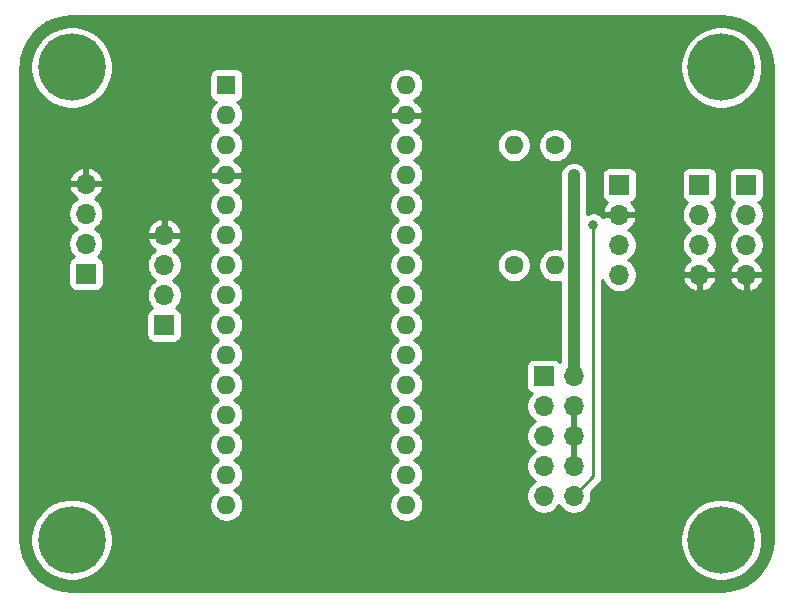
<source format=gbr>
%TF.GenerationSoftware,KiCad,Pcbnew,5.1.12-84ad8e8a86~92~ubuntu20.04.1*%
%TF.CreationDate,2021-11-28T14:42:32-08:00*%
%TF.ProjectId,FilaScale-s,46696c61-5363-4616-9c65-2d732e6b6963,rev?*%
%TF.SameCoordinates,Original*%
%TF.FileFunction,Copper,L2,Bot*%
%TF.FilePolarity,Positive*%
%FSLAX46Y46*%
G04 Gerber Fmt 4.6, Leading zero omitted, Abs format (unit mm)*
G04 Created by KiCad (PCBNEW 5.1.12-84ad8e8a86~92~ubuntu20.04.1) date 2021-11-28 14:42:32*
%MOMM*%
%LPD*%
G01*
G04 APERTURE LIST*
%TA.AperFunction,ComponentPad*%
%ADD10R,1.700000X1.700000*%
%TD*%
%TA.AperFunction,ComponentPad*%
%ADD11O,1.700000X1.700000*%
%TD*%
%TA.AperFunction,ComponentPad*%
%ADD12C,5.700000*%
%TD*%
%TA.AperFunction,ComponentPad*%
%ADD13O,1.600000X1.600000*%
%TD*%
%TA.AperFunction,ComponentPad*%
%ADD14C,1.600000*%
%TD*%
%TA.AperFunction,ComponentPad*%
%ADD15R,1.600000X1.600000*%
%TD*%
%TA.AperFunction,ViaPad*%
%ADD16C,0.800000*%
%TD*%
%TA.AperFunction,Conductor*%
%ADD17C,1.000000*%
%TD*%
%TA.AperFunction,Conductor*%
%ADD18C,0.250000*%
%TD*%
%TA.AperFunction,Conductor*%
%ADD19C,0.254000*%
%TD*%
%TA.AperFunction,Conductor*%
%ADD20C,0.100000*%
%TD*%
G04 APERTURE END LIST*
D10*
%TO.P,J2,1*%
%TO.N,+5V*%
X44210000Y-145470000D03*
D11*
%TO.P,J2,2*%
%TO.N,/RFID_TXO*%
X44210000Y-142930000D03*
%TO.P,J2,3*%
%TO.N,/RFID_RXI*%
X44210000Y-140390000D03*
%TO.P,J2,4*%
%TO.N,GND*%
X44210000Y-137850000D03*
%TD*%
D12*
%TO.P,M3,1*%
%TO.N,N/C*%
X43000000Y-168000000D03*
%TD*%
%TO.P,M3,1*%
%TO.N,N/C*%
X98000000Y-168000000D03*
%TD*%
%TO.P,M3,1*%
%TO.N,N/C*%
X98000000Y-128000000D03*
%TD*%
%TO.P,M3,1*%
%TO.N,N/C*%
X43000000Y-128000000D03*
%TD*%
D13*
%TO.P,R2,2*%
%TO.N,+5V*%
X80429100Y-134594600D03*
D14*
%TO.P,R2,1*%
%TO.N,/SCL*%
X80429100Y-144754600D03*
%TD*%
%TO.P,R1,1*%
%TO.N,+5V*%
X83947000Y-134607300D03*
D13*
%TO.P,R1,2*%
%TO.N,/SDA*%
X83947000Y-144767300D03*
%TD*%
D15*
%TO.P,J4,1*%
%TO.N,Net-(J4-Pad1)*%
X56100000Y-129510000D03*
D13*
%TO.P,J4,17*%
%TO.N,Net-(J4-Pad17)*%
X71340000Y-162530000D03*
%TO.P,J4,2*%
%TO.N,Net-(J4-Pad2)*%
X56100000Y-132050000D03*
%TO.P,J4,18*%
%TO.N,/AREF*%
X71340000Y-159990000D03*
%TO.P,J4,3*%
%TO.N,Net-(J4-Pad3)*%
X56100000Y-134590000D03*
%TO.P,J4,19*%
%TO.N,/A0*%
X71340000Y-157450000D03*
%TO.P,J4,4*%
%TO.N,GND*%
X56100000Y-137130000D03*
%TO.P,J4,20*%
%TO.N,/A1*%
X71340000Y-154910000D03*
%TO.P,J4,5*%
%TO.N,/RFID_RXI*%
X56100000Y-139670000D03*
%TO.P,J4,21*%
%TO.N,/A2*%
X71340000Y-152370000D03*
%TO.P,J4,6*%
%TO.N,/D3*%
X56100000Y-142210000D03*
%TO.P,J4,22*%
%TO.N,Net-(J4-Pad22)*%
X71340000Y-149830000D03*
%TO.P,J4,7*%
%TO.N,/PD_DOUT*%
X56100000Y-144750000D03*
%TO.P,J4,23*%
%TO.N,/SDA*%
X71340000Y-147290000D03*
%TO.P,J4,8*%
%TO.N,/PD_SCK*%
X56100000Y-147290000D03*
%TO.P,J4,24*%
%TO.N,/SCL*%
X71340000Y-144750000D03*
%TO.P,J4,9*%
%TO.N,/D6*%
X56100000Y-149830000D03*
%TO.P,J4,25*%
%TO.N,/RFID_TXO*%
X71340000Y-142210000D03*
%TO.P,J4,10*%
%TO.N,/D7*%
X56100000Y-152370000D03*
%TO.P,J4,26*%
%TO.N,Net-(J4-Pad26)*%
X71340000Y-139670000D03*
%TO.P,J4,11*%
%TO.N,Net-(J4-Pad11)*%
X56100000Y-154910000D03*
%TO.P,J4,27*%
%TO.N,+5V*%
X71340000Y-137130000D03*
%TO.P,J4,12*%
%TO.N,Net-(J4-Pad12)*%
X56100000Y-157450000D03*
%TO.P,J4,28*%
%TO.N,Net-(J4-Pad28)*%
X71340000Y-134590000D03*
%TO.P,J4,13*%
%TO.N,Net-(J4-Pad13)*%
X56100000Y-159990000D03*
%TO.P,J4,29*%
%TO.N,GND*%
X71340000Y-132050000D03*
%TO.P,J4,14*%
%TO.N,Net-(J4-Pad14)*%
X56100000Y-162530000D03*
%TO.P,J4,30*%
%TO.N,Net-(J4-Pad30)*%
X71340000Y-129510000D03*
%TO.P,J4,15*%
%TO.N,Net-(J4-Pad15)*%
X56100000Y-165070000D03*
%TO.P,J4,16*%
%TO.N,Net-(J4-Pad16)*%
X71340000Y-165070000D03*
%TD*%
D11*
%TO.P,J5,4*%
%TO.N,/SDA*%
X89370000Y-145570000D03*
%TO.P,J5,3*%
%TO.N,/SCL*%
X89370000Y-143030000D03*
%TO.P,J5,2*%
%TO.N,GND*%
X89370000Y-140490000D03*
D10*
%TO.P,J5,1*%
%TO.N,+5V*%
X89370000Y-137950000D03*
%TD*%
%TO.P,J6,1*%
%TO.N,+5V*%
X96140000Y-137930000D03*
D11*
%TO.P,J6,2*%
%TO.N,/SCL*%
X96140000Y-140470000D03*
%TO.P,J6,3*%
%TO.N,/SDA*%
X96140000Y-143010000D03*
%TO.P,J6,4*%
%TO.N,GND*%
X96140000Y-145550000D03*
%TD*%
%TO.P,J7,4*%
%TO.N,GND*%
X100130000Y-145550000D03*
%TO.P,J7,3*%
%TO.N,/SDA*%
X100130000Y-143010000D03*
%TO.P,J7,2*%
%TO.N,/SCL*%
X100130000Y-140470000D03*
D10*
%TO.P,J7,1*%
%TO.N,+5V*%
X100130000Y-137930000D03*
%TD*%
%TO.P,J3,1*%
%TO.N,/D6*%
X82969100Y-154139900D03*
D11*
%TO.P,J3,2*%
%TO.N,+5V*%
X85509100Y-154139900D03*
%TO.P,J3,3*%
%TO.N,/D7*%
X82969100Y-156679900D03*
%TO.P,J3,4*%
%TO.N,GND*%
X85509100Y-156679900D03*
%TO.P,J3,5*%
%TO.N,/A2*%
X82969100Y-159219900D03*
%TO.P,J3,6*%
%TO.N,GND*%
X85509100Y-159219900D03*
%TO.P,J3,7*%
%TO.N,/A1*%
X82969100Y-161759900D03*
%TO.P,J3,8*%
%TO.N,GND*%
X85509100Y-161759900D03*
%TO.P,J3,9*%
%TO.N,/A0*%
X82969100Y-164299900D03*
%TO.P,J3,10*%
%TO.N,/D3*%
X85509100Y-164299900D03*
%TD*%
D10*
%TO.P,J1,1*%
%TO.N,+5V*%
X50825400Y-149829520D03*
D11*
%TO.P,J1,2*%
%TO.N,/PD_SCK*%
X50825400Y-147289520D03*
%TO.P,J1,3*%
%TO.N,/PD_DOUT*%
X50825400Y-144749520D03*
%TO.P,J1,4*%
%TO.N,GND*%
X50825400Y-142209520D03*
%TD*%
D16*
%TO.N,+5V*%
X85496400Y-137121900D03*
%TO.N,GND*%
X47663100Y-141986000D03*
X53555900Y-141820900D03*
X53606700Y-148767800D03*
X98120000Y-141750000D03*
X98260000Y-139280000D03*
X67950080Y-138993880D03*
X74390000Y-145900000D03*
X68090000Y-146150000D03*
X68090000Y-149980000D03*
X74549000Y-149707600D03*
X73710800Y-153631900D03*
X77177900Y-153162000D03*
X79380080Y-155686760D03*
X80518000Y-160223200D03*
X80251300Y-162610800D03*
X73710800Y-156210000D03*
X79921100Y-152387300D03*
X92532200Y-144348200D03*
X92798900Y-140576300D03*
X82194400Y-150723600D03*
X68158360Y-142326360D03*
X47995840Y-145491200D03*
X44063920Y-156286200D03*
X44089320Y-160075880D03*
X52806600Y-160106360D03*
X52821840Y-156316680D03*
%TO.N,/D3*%
X87182950Y-141320530D03*
%TD*%
D17*
%TO.N,+5V*%
X85509100Y-137134600D02*
X85509100Y-154139900D01*
X85504500Y-137130000D02*
X85509100Y-137134600D01*
D18*
%TO.N,/RFID_TXO*%
X44615001Y-143335001D02*
X44678240Y-143398240D01*
%TO.N,/D3*%
X85509100Y-164299900D02*
X87182950Y-162626050D01*
X87182950Y-162626050D02*
X87182950Y-141320530D01*
%TD*%
D19*
%TO.N,GND*%
X98768084Y-123721163D02*
X99511894Y-123924647D01*
X100207909Y-124256628D01*
X100834137Y-124706618D01*
X101370785Y-125260397D01*
X101800882Y-125900450D01*
X102110839Y-126606550D01*
X102291998Y-127361131D01*
X102340001Y-128023890D01*
X102340000Y-167970608D01*
X102268827Y-168768083D01*
X102065344Y-169511890D01*
X101733363Y-170207904D01*
X101283374Y-170834130D01*
X100729597Y-171370777D01*
X100089549Y-171800871D01*
X99383447Y-172110829D01*
X98628543Y-172292065D01*
X97975793Y-172340000D01*
X43029392Y-172340000D01*
X42231917Y-172268827D01*
X41488110Y-172065344D01*
X40792096Y-171733363D01*
X40165870Y-171283374D01*
X39629223Y-170729597D01*
X39199129Y-170089549D01*
X38889171Y-169383447D01*
X38707935Y-168628543D01*
X38660000Y-167975793D01*
X38660000Y-167656758D01*
X39515000Y-167656758D01*
X39515000Y-168343242D01*
X39648927Y-169016537D01*
X39911633Y-169650766D01*
X40293024Y-170221558D01*
X40778442Y-170706976D01*
X41349234Y-171088367D01*
X41983463Y-171351073D01*
X42656758Y-171485000D01*
X43343242Y-171485000D01*
X44016537Y-171351073D01*
X44650766Y-171088367D01*
X45221558Y-170706976D01*
X45706976Y-170221558D01*
X46088367Y-169650766D01*
X46351073Y-169016537D01*
X46485000Y-168343242D01*
X46485000Y-167656758D01*
X94515000Y-167656758D01*
X94515000Y-168343242D01*
X94648927Y-169016537D01*
X94911633Y-169650766D01*
X95293024Y-170221558D01*
X95778442Y-170706976D01*
X96349234Y-171088367D01*
X96983463Y-171351073D01*
X97656758Y-171485000D01*
X98343242Y-171485000D01*
X99016537Y-171351073D01*
X99650766Y-171088367D01*
X100221558Y-170706976D01*
X100706976Y-170221558D01*
X101088367Y-169650766D01*
X101351073Y-169016537D01*
X101485000Y-168343242D01*
X101485000Y-167656758D01*
X101351073Y-166983463D01*
X101088367Y-166349234D01*
X100706976Y-165778442D01*
X100221558Y-165293024D01*
X99650766Y-164911633D01*
X99016537Y-164648927D01*
X98343242Y-164515000D01*
X97656758Y-164515000D01*
X96983463Y-164648927D01*
X96349234Y-164911633D01*
X95778442Y-165293024D01*
X95293024Y-165778442D01*
X94911633Y-166349234D01*
X94648927Y-166983463D01*
X94515000Y-167656758D01*
X46485000Y-167656758D01*
X46351073Y-166983463D01*
X46088367Y-166349234D01*
X45706976Y-165778442D01*
X45221558Y-165293024D01*
X44650766Y-164911633D01*
X44016537Y-164648927D01*
X43343242Y-164515000D01*
X42656758Y-164515000D01*
X41983463Y-164648927D01*
X41349234Y-164911633D01*
X40778442Y-165293024D01*
X40293024Y-165778442D01*
X39911633Y-166349234D01*
X39648927Y-166983463D01*
X39515000Y-167656758D01*
X38660000Y-167656758D01*
X38660000Y-148979520D01*
X49337328Y-148979520D01*
X49337328Y-150679520D01*
X49349588Y-150804002D01*
X49385898Y-150923700D01*
X49444863Y-151034014D01*
X49524215Y-151130705D01*
X49620906Y-151210057D01*
X49731220Y-151269022D01*
X49850918Y-151305332D01*
X49975400Y-151317592D01*
X51675400Y-151317592D01*
X51799882Y-151305332D01*
X51919580Y-151269022D01*
X52029894Y-151210057D01*
X52126585Y-151130705D01*
X52205937Y-151034014D01*
X52264902Y-150923700D01*
X52301212Y-150804002D01*
X52313472Y-150679520D01*
X52313472Y-148979520D01*
X52301212Y-148855038D01*
X52264902Y-148735340D01*
X52205937Y-148625026D01*
X52126585Y-148528335D01*
X52029894Y-148448983D01*
X51919580Y-148390018D01*
X51847020Y-148368007D01*
X51978875Y-148236152D01*
X52141390Y-147992931D01*
X52253332Y-147722678D01*
X52310400Y-147435780D01*
X52310400Y-147143260D01*
X52253332Y-146856362D01*
X52141390Y-146586109D01*
X51978875Y-146342888D01*
X51772032Y-146136045D01*
X51597640Y-146019520D01*
X51772032Y-145902995D01*
X51978875Y-145696152D01*
X52141390Y-145452931D01*
X52253332Y-145182678D01*
X52310400Y-144895780D01*
X52310400Y-144603260D01*
X52253332Y-144316362D01*
X52141390Y-144046109D01*
X51978875Y-143802888D01*
X51772032Y-143596045D01*
X51589866Y-143474325D01*
X51706755Y-143404698D01*
X51922988Y-143209789D01*
X52097041Y-142976440D01*
X52222225Y-142713619D01*
X52266876Y-142566410D01*
X52145555Y-142336520D01*
X50952400Y-142336520D01*
X50952400Y-142356520D01*
X50698400Y-142356520D01*
X50698400Y-142336520D01*
X49505245Y-142336520D01*
X49383924Y-142566410D01*
X49428575Y-142713619D01*
X49553759Y-142976440D01*
X49727812Y-143209789D01*
X49944045Y-143404698D01*
X50060934Y-143474325D01*
X49878768Y-143596045D01*
X49671925Y-143802888D01*
X49509410Y-144046109D01*
X49397468Y-144316362D01*
X49340400Y-144603260D01*
X49340400Y-144895780D01*
X49397468Y-145182678D01*
X49509410Y-145452931D01*
X49671925Y-145696152D01*
X49878768Y-145902995D01*
X50053160Y-146019520D01*
X49878768Y-146136045D01*
X49671925Y-146342888D01*
X49509410Y-146586109D01*
X49397468Y-146856362D01*
X49340400Y-147143260D01*
X49340400Y-147435780D01*
X49397468Y-147722678D01*
X49509410Y-147992931D01*
X49671925Y-148236152D01*
X49803780Y-148368007D01*
X49731220Y-148390018D01*
X49620906Y-148448983D01*
X49524215Y-148528335D01*
X49444863Y-148625026D01*
X49385898Y-148735340D01*
X49349588Y-148855038D01*
X49337328Y-148979520D01*
X38660000Y-148979520D01*
X38660000Y-144620000D01*
X42721928Y-144620000D01*
X42721928Y-146320000D01*
X42734188Y-146444482D01*
X42770498Y-146564180D01*
X42829463Y-146674494D01*
X42908815Y-146771185D01*
X43005506Y-146850537D01*
X43115820Y-146909502D01*
X43235518Y-146945812D01*
X43360000Y-146958072D01*
X45060000Y-146958072D01*
X45184482Y-146945812D01*
X45304180Y-146909502D01*
X45414494Y-146850537D01*
X45511185Y-146771185D01*
X45590537Y-146674494D01*
X45649502Y-146564180D01*
X45685812Y-146444482D01*
X45698072Y-146320000D01*
X45698072Y-144620000D01*
X45685812Y-144495518D01*
X45649502Y-144375820D01*
X45590537Y-144265506D01*
X45511185Y-144168815D01*
X45414494Y-144089463D01*
X45304180Y-144030498D01*
X45231620Y-144008487D01*
X45363475Y-143876632D01*
X45525990Y-143633411D01*
X45637932Y-143363158D01*
X45695000Y-143076260D01*
X45695000Y-142783740D01*
X45637932Y-142496842D01*
X45525990Y-142226589D01*
X45363475Y-141983368D01*
X45232737Y-141852630D01*
X49383924Y-141852630D01*
X49505245Y-142082520D01*
X50698400Y-142082520D01*
X50698400Y-140888706D01*
X50952400Y-140888706D01*
X50952400Y-142082520D01*
X52145555Y-142082520D01*
X52266876Y-141852630D01*
X52222225Y-141705421D01*
X52097041Y-141442600D01*
X51922988Y-141209251D01*
X51706755Y-141014342D01*
X51456652Y-140865363D01*
X51182291Y-140768039D01*
X50952400Y-140888706D01*
X50698400Y-140888706D01*
X50468509Y-140768039D01*
X50194148Y-140865363D01*
X49944045Y-141014342D01*
X49727812Y-141209251D01*
X49553759Y-141442600D01*
X49428575Y-141705421D01*
X49383924Y-141852630D01*
X45232737Y-141852630D01*
X45156632Y-141776525D01*
X44982240Y-141660000D01*
X45156632Y-141543475D01*
X45363475Y-141336632D01*
X45525990Y-141093411D01*
X45637932Y-140823158D01*
X45695000Y-140536260D01*
X45695000Y-140243740D01*
X45637932Y-139956842D01*
X45525990Y-139686589D01*
X45420469Y-139528665D01*
X54665000Y-139528665D01*
X54665000Y-139811335D01*
X54720147Y-140088574D01*
X54828320Y-140349727D01*
X54985363Y-140584759D01*
X55185241Y-140784637D01*
X55417759Y-140940000D01*
X55185241Y-141095363D01*
X54985363Y-141295241D01*
X54828320Y-141530273D01*
X54720147Y-141791426D01*
X54665000Y-142068665D01*
X54665000Y-142351335D01*
X54720147Y-142628574D01*
X54828320Y-142889727D01*
X54985363Y-143124759D01*
X55185241Y-143324637D01*
X55417759Y-143480000D01*
X55185241Y-143635363D01*
X54985363Y-143835241D01*
X54828320Y-144070273D01*
X54720147Y-144331426D01*
X54665000Y-144608665D01*
X54665000Y-144891335D01*
X54720147Y-145168574D01*
X54828320Y-145429727D01*
X54985363Y-145664759D01*
X55185241Y-145864637D01*
X55417759Y-146020000D01*
X55185241Y-146175363D01*
X54985363Y-146375241D01*
X54828320Y-146610273D01*
X54720147Y-146871426D01*
X54665000Y-147148665D01*
X54665000Y-147431335D01*
X54720147Y-147708574D01*
X54828320Y-147969727D01*
X54985363Y-148204759D01*
X55185241Y-148404637D01*
X55417759Y-148560000D01*
X55185241Y-148715363D01*
X54985363Y-148915241D01*
X54828320Y-149150273D01*
X54720147Y-149411426D01*
X54665000Y-149688665D01*
X54665000Y-149971335D01*
X54720147Y-150248574D01*
X54828320Y-150509727D01*
X54985363Y-150744759D01*
X55185241Y-150944637D01*
X55417759Y-151100000D01*
X55185241Y-151255363D01*
X54985363Y-151455241D01*
X54828320Y-151690273D01*
X54720147Y-151951426D01*
X54665000Y-152228665D01*
X54665000Y-152511335D01*
X54720147Y-152788574D01*
X54828320Y-153049727D01*
X54985363Y-153284759D01*
X55185241Y-153484637D01*
X55417759Y-153640000D01*
X55185241Y-153795363D01*
X54985363Y-153995241D01*
X54828320Y-154230273D01*
X54720147Y-154491426D01*
X54665000Y-154768665D01*
X54665000Y-155051335D01*
X54720147Y-155328574D01*
X54828320Y-155589727D01*
X54985363Y-155824759D01*
X55185241Y-156024637D01*
X55417759Y-156180000D01*
X55185241Y-156335363D01*
X54985363Y-156535241D01*
X54828320Y-156770273D01*
X54720147Y-157031426D01*
X54665000Y-157308665D01*
X54665000Y-157591335D01*
X54720147Y-157868574D01*
X54828320Y-158129727D01*
X54985363Y-158364759D01*
X55185241Y-158564637D01*
X55417759Y-158720000D01*
X55185241Y-158875363D01*
X54985363Y-159075241D01*
X54828320Y-159310273D01*
X54720147Y-159571426D01*
X54665000Y-159848665D01*
X54665000Y-160131335D01*
X54720147Y-160408574D01*
X54828320Y-160669727D01*
X54985363Y-160904759D01*
X55185241Y-161104637D01*
X55417759Y-161260000D01*
X55185241Y-161415363D01*
X54985363Y-161615241D01*
X54828320Y-161850273D01*
X54720147Y-162111426D01*
X54665000Y-162388665D01*
X54665000Y-162671335D01*
X54720147Y-162948574D01*
X54828320Y-163209727D01*
X54985363Y-163444759D01*
X55185241Y-163644637D01*
X55417759Y-163800000D01*
X55185241Y-163955363D01*
X54985363Y-164155241D01*
X54828320Y-164390273D01*
X54720147Y-164651426D01*
X54665000Y-164928665D01*
X54665000Y-165211335D01*
X54720147Y-165488574D01*
X54828320Y-165749727D01*
X54985363Y-165984759D01*
X55185241Y-166184637D01*
X55420273Y-166341680D01*
X55681426Y-166449853D01*
X55958665Y-166505000D01*
X56241335Y-166505000D01*
X56518574Y-166449853D01*
X56779727Y-166341680D01*
X57014759Y-166184637D01*
X57214637Y-165984759D01*
X57371680Y-165749727D01*
X57479853Y-165488574D01*
X57535000Y-165211335D01*
X57535000Y-164928665D01*
X57479853Y-164651426D01*
X57371680Y-164390273D01*
X57214637Y-164155241D01*
X57014759Y-163955363D01*
X56782241Y-163800000D01*
X57014759Y-163644637D01*
X57214637Y-163444759D01*
X57371680Y-163209727D01*
X57479853Y-162948574D01*
X57535000Y-162671335D01*
X57535000Y-162388665D01*
X57479853Y-162111426D01*
X57371680Y-161850273D01*
X57214637Y-161615241D01*
X57014759Y-161415363D01*
X56782241Y-161260000D01*
X57014759Y-161104637D01*
X57214637Y-160904759D01*
X57371680Y-160669727D01*
X57479853Y-160408574D01*
X57535000Y-160131335D01*
X57535000Y-159848665D01*
X57479853Y-159571426D01*
X57371680Y-159310273D01*
X57214637Y-159075241D01*
X57014759Y-158875363D01*
X56782241Y-158720000D01*
X57014759Y-158564637D01*
X57214637Y-158364759D01*
X57371680Y-158129727D01*
X57479853Y-157868574D01*
X57535000Y-157591335D01*
X57535000Y-157308665D01*
X57479853Y-157031426D01*
X57371680Y-156770273D01*
X57214637Y-156535241D01*
X57014759Y-156335363D01*
X56782241Y-156180000D01*
X57014759Y-156024637D01*
X57214637Y-155824759D01*
X57371680Y-155589727D01*
X57479853Y-155328574D01*
X57535000Y-155051335D01*
X57535000Y-154768665D01*
X57479853Y-154491426D01*
X57371680Y-154230273D01*
X57214637Y-153995241D01*
X57014759Y-153795363D01*
X56782241Y-153640000D01*
X57014759Y-153484637D01*
X57214637Y-153284759D01*
X57371680Y-153049727D01*
X57479853Y-152788574D01*
X57535000Y-152511335D01*
X57535000Y-152228665D01*
X57479853Y-151951426D01*
X57371680Y-151690273D01*
X57214637Y-151455241D01*
X57014759Y-151255363D01*
X56782241Y-151100000D01*
X57014759Y-150944637D01*
X57214637Y-150744759D01*
X57371680Y-150509727D01*
X57479853Y-150248574D01*
X57535000Y-149971335D01*
X57535000Y-149688665D01*
X57479853Y-149411426D01*
X57371680Y-149150273D01*
X57214637Y-148915241D01*
X57014759Y-148715363D01*
X56782241Y-148560000D01*
X57014759Y-148404637D01*
X57214637Y-148204759D01*
X57371680Y-147969727D01*
X57479853Y-147708574D01*
X57535000Y-147431335D01*
X57535000Y-147148665D01*
X57479853Y-146871426D01*
X57371680Y-146610273D01*
X57214637Y-146375241D01*
X57014759Y-146175363D01*
X56782241Y-146020000D01*
X57014759Y-145864637D01*
X57214637Y-145664759D01*
X57371680Y-145429727D01*
X57479853Y-145168574D01*
X57535000Y-144891335D01*
X57535000Y-144608665D01*
X57479853Y-144331426D01*
X57371680Y-144070273D01*
X57214637Y-143835241D01*
X57014759Y-143635363D01*
X56782241Y-143480000D01*
X57014759Y-143324637D01*
X57214637Y-143124759D01*
X57371680Y-142889727D01*
X57479853Y-142628574D01*
X57535000Y-142351335D01*
X57535000Y-142068665D01*
X57479853Y-141791426D01*
X57371680Y-141530273D01*
X57214637Y-141295241D01*
X57014759Y-141095363D01*
X56782241Y-140940000D01*
X57014759Y-140784637D01*
X57214637Y-140584759D01*
X57371680Y-140349727D01*
X57479853Y-140088574D01*
X57535000Y-139811335D01*
X57535000Y-139528665D01*
X57479853Y-139251426D01*
X57371680Y-138990273D01*
X57214637Y-138755241D01*
X57014759Y-138555363D01*
X56779727Y-138398320D01*
X56769135Y-138393933D01*
X56955131Y-138282385D01*
X57163519Y-138093414D01*
X57331037Y-137867420D01*
X57451246Y-137613087D01*
X57491904Y-137479039D01*
X57369915Y-137257000D01*
X56227000Y-137257000D01*
X56227000Y-137277000D01*
X55973000Y-137277000D01*
X55973000Y-137257000D01*
X54830085Y-137257000D01*
X54708096Y-137479039D01*
X54748754Y-137613087D01*
X54868963Y-137867420D01*
X55036481Y-138093414D01*
X55244869Y-138282385D01*
X55430865Y-138393933D01*
X55420273Y-138398320D01*
X55185241Y-138555363D01*
X54985363Y-138755241D01*
X54828320Y-138990273D01*
X54720147Y-139251426D01*
X54665000Y-139528665D01*
X45420469Y-139528665D01*
X45363475Y-139443368D01*
X45156632Y-139236525D01*
X44974466Y-139114805D01*
X45091355Y-139045178D01*
X45307588Y-138850269D01*
X45481641Y-138616920D01*
X45606825Y-138354099D01*
X45651476Y-138206890D01*
X45530155Y-137977000D01*
X44337000Y-137977000D01*
X44337000Y-137997000D01*
X44083000Y-137997000D01*
X44083000Y-137977000D01*
X42889845Y-137977000D01*
X42768524Y-138206890D01*
X42813175Y-138354099D01*
X42938359Y-138616920D01*
X43112412Y-138850269D01*
X43328645Y-139045178D01*
X43445534Y-139114805D01*
X43263368Y-139236525D01*
X43056525Y-139443368D01*
X42894010Y-139686589D01*
X42782068Y-139956842D01*
X42725000Y-140243740D01*
X42725000Y-140536260D01*
X42782068Y-140823158D01*
X42894010Y-141093411D01*
X43056525Y-141336632D01*
X43263368Y-141543475D01*
X43437760Y-141660000D01*
X43263368Y-141776525D01*
X43056525Y-141983368D01*
X42894010Y-142226589D01*
X42782068Y-142496842D01*
X42725000Y-142783740D01*
X42725000Y-143076260D01*
X42782068Y-143363158D01*
X42894010Y-143633411D01*
X43056525Y-143876632D01*
X43188380Y-144008487D01*
X43115820Y-144030498D01*
X43005506Y-144089463D01*
X42908815Y-144168815D01*
X42829463Y-144265506D01*
X42770498Y-144375820D01*
X42734188Y-144495518D01*
X42721928Y-144620000D01*
X38660000Y-144620000D01*
X38660000Y-137493110D01*
X42768524Y-137493110D01*
X42889845Y-137723000D01*
X44083000Y-137723000D01*
X44083000Y-136529186D01*
X44337000Y-136529186D01*
X44337000Y-137723000D01*
X45530155Y-137723000D01*
X45651476Y-137493110D01*
X45606825Y-137345901D01*
X45481641Y-137083080D01*
X45307588Y-136849731D01*
X45091355Y-136654822D01*
X44841252Y-136505843D01*
X44566891Y-136408519D01*
X44337000Y-136529186D01*
X44083000Y-136529186D01*
X43853109Y-136408519D01*
X43578748Y-136505843D01*
X43328645Y-136654822D01*
X43112412Y-136849731D01*
X42938359Y-137083080D01*
X42813175Y-137345901D01*
X42768524Y-137493110D01*
X38660000Y-137493110D01*
X38660000Y-128029392D01*
X38693256Y-127656758D01*
X39515000Y-127656758D01*
X39515000Y-128343242D01*
X39648927Y-129016537D01*
X39911633Y-129650766D01*
X40293024Y-130221558D01*
X40778442Y-130706976D01*
X41349234Y-131088367D01*
X41983463Y-131351073D01*
X42656758Y-131485000D01*
X43343242Y-131485000D01*
X44016537Y-131351073D01*
X44650766Y-131088367D01*
X45221558Y-130706976D01*
X45706976Y-130221558D01*
X46088367Y-129650766D01*
X46351073Y-129016537D01*
X46412047Y-128710000D01*
X54661928Y-128710000D01*
X54661928Y-130310000D01*
X54674188Y-130434482D01*
X54710498Y-130554180D01*
X54769463Y-130664494D01*
X54848815Y-130761185D01*
X54945506Y-130840537D01*
X55055820Y-130899502D01*
X55175518Y-130935812D01*
X55183961Y-130936643D01*
X54985363Y-131135241D01*
X54828320Y-131370273D01*
X54720147Y-131631426D01*
X54665000Y-131908665D01*
X54665000Y-132191335D01*
X54720147Y-132468574D01*
X54828320Y-132729727D01*
X54985363Y-132964759D01*
X55185241Y-133164637D01*
X55417759Y-133320000D01*
X55185241Y-133475363D01*
X54985363Y-133675241D01*
X54828320Y-133910273D01*
X54720147Y-134171426D01*
X54665000Y-134448665D01*
X54665000Y-134731335D01*
X54720147Y-135008574D01*
X54828320Y-135269727D01*
X54985363Y-135504759D01*
X55185241Y-135704637D01*
X55420273Y-135861680D01*
X55430865Y-135866067D01*
X55244869Y-135977615D01*
X55036481Y-136166586D01*
X54868963Y-136392580D01*
X54748754Y-136646913D01*
X54708096Y-136780961D01*
X54830085Y-137003000D01*
X55973000Y-137003000D01*
X55973000Y-136983000D01*
X56227000Y-136983000D01*
X56227000Y-137003000D01*
X57369915Y-137003000D01*
X57491904Y-136780961D01*
X57451246Y-136646913D01*
X57331037Y-136392580D01*
X57163519Y-136166586D01*
X56955131Y-135977615D01*
X56769135Y-135866067D01*
X56779727Y-135861680D01*
X57014759Y-135704637D01*
X57214637Y-135504759D01*
X57371680Y-135269727D01*
X57479853Y-135008574D01*
X57535000Y-134731335D01*
X57535000Y-134448665D01*
X69905000Y-134448665D01*
X69905000Y-134731335D01*
X69960147Y-135008574D01*
X70068320Y-135269727D01*
X70225363Y-135504759D01*
X70425241Y-135704637D01*
X70657759Y-135860000D01*
X70425241Y-136015363D01*
X70225363Y-136215241D01*
X70068320Y-136450273D01*
X69960147Y-136711426D01*
X69905000Y-136988665D01*
X69905000Y-137271335D01*
X69960147Y-137548574D01*
X70068320Y-137809727D01*
X70225363Y-138044759D01*
X70425241Y-138244637D01*
X70657759Y-138400000D01*
X70425241Y-138555363D01*
X70225363Y-138755241D01*
X70068320Y-138990273D01*
X69960147Y-139251426D01*
X69905000Y-139528665D01*
X69905000Y-139811335D01*
X69960147Y-140088574D01*
X70068320Y-140349727D01*
X70225363Y-140584759D01*
X70425241Y-140784637D01*
X70657759Y-140940000D01*
X70425241Y-141095363D01*
X70225363Y-141295241D01*
X70068320Y-141530273D01*
X69960147Y-141791426D01*
X69905000Y-142068665D01*
X69905000Y-142351335D01*
X69960147Y-142628574D01*
X70068320Y-142889727D01*
X70225363Y-143124759D01*
X70425241Y-143324637D01*
X70657759Y-143480000D01*
X70425241Y-143635363D01*
X70225363Y-143835241D01*
X70068320Y-144070273D01*
X69960147Y-144331426D01*
X69905000Y-144608665D01*
X69905000Y-144891335D01*
X69960147Y-145168574D01*
X70068320Y-145429727D01*
X70225363Y-145664759D01*
X70425241Y-145864637D01*
X70657759Y-146020000D01*
X70425241Y-146175363D01*
X70225363Y-146375241D01*
X70068320Y-146610273D01*
X69960147Y-146871426D01*
X69905000Y-147148665D01*
X69905000Y-147431335D01*
X69960147Y-147708574D01*
X70068320Y-147969727D01*
X70225363Y-148204759D01*
X70425241Y-148404637D01*
X70657759Y-148560000D01*
X70425241Y-148715363D01*
X70225363Y-148915241D01*
X70068320Y-149150273D01*
X69960147Y-149411426D01*
X69905000Y-149688665D01*
X69905000Y-149971335D01*
X69960147Y-150248574D01*
X70068320Y-150509727D01*
X70225363Y-150744759D01*
X70425241Y-150944637D01*
X70657759Y-151100000D01*
X70425241Y-151255363D01*
X70225363Y-151455241D01*
X70068320Y-151690273D01*
X69960147Y-151951426D01*
X69905000Y-152228665D01*
X69905000Y-152511335D01*
X69960147Y-152788574D01*
X70068320Y-153049727D01*
X70225363Y-153284759D01*
X70425241Y-153484637D01*
X70657759Y-153640000D01*
X70425241Y-153795363D01*
X70225363Y-153995241D01*
X70068320Y-154230273D01*
X69960147Y-154491426D01*
X69905000Y-154768665D01*
X69905000Y-155051335D01*
X69960147Y-155328574D01*
X70068320Y-155589727D01*
X70225363Y-155824759D01*
X70425241Y-156024637D01*
X70657759Y-156180000D01*
X70425241Y-156335363D01*
X70225363Y-156535241D01*
X70068320Y-156770273D01*
X69960147Y-157031426D01*
X69905000Y-157308665D01*
X69905000Y-157591335D01*
X69960147Y-157868574D01*
X70068320Y-158129727D01*
X70225363Y-158364759D01*
X70425241Y-158564637D01*
X70657759Y-158720000D01*
X70425241Y-158875363D01*
X70225363Y-159075241D01*
X70068320Y-159310273D01*
X69960147Y-159571426D01*
X69905000Y-159848665D01*
X69905000Y-160131335D01*
X69960147Y-160408574D01*
X70068320Y-160669727D01*
X70225363Y-160904759D01*
X70425241Y-161104637D01*
X70657759Y-161260000D01*
X70425241Y-161415363D01*
X70225363Y-161615241D01*
X70068320Y-161850273D01*
X69960147Y-162111426D01*
X69905000Y-162388665D01*
X69905000Y-162671335D01*
X69960147Y-162948574D01*
X70068320Y-163209727D01*
X70225363Y-163444759D01*
X70425241Y-163644637D01*
X70657759Y-163800000D01*
X70425241Y-163955363D01*
X70225363Y-164155241D01*
X70068320Y-164390273D01*
X69960147Y-164651426D01*
X69905000Y-164928665D01*
X69905000Y-165211335D01*
X69960147Y-165488574D01*
X70068320Y-165749727D01*
X70225363Y-165984759D01*
X70425241Y-166184637D01*
X70660273Y-166341680D01*
X70921426Y-166449853D01*
X71198665Y-166505000D01*
X71481335Y-166505000D01*
X71758574Y-166449853D01*
X72019727Y-166341680D01*
X72254759Y-166184637D01*
X72454637Y-165984759D01*
X72611680Y-165749727D01*
X72719853Y-165488574D01*
X72775000Y-165211335D01*
X72775000Y-164928665D01*
X72719853Y-164651426D01*
X72611680Y-164390273D01*
X72454637Y-164155241D01*
X72254759Y-163955363D01*
X72022241Y-163800000D01*
X72254759Y-163644637D01*
X72454637Y-163444759D01*
X72611680Y-163209727D01*
X72719853Y-162948574D01*
X72775000Y-162671335D01*
X72775000Y-162388665D01*
X72719853Y-162111426D01*
X72611680Y-161850273D01*
X72454637Y-161615241D01*
X72254759Y-161415363D01*
X72022241Y-161260000D01*
X72254759Y-161104637D01*
X72454637Y-160904759D01*
X72611680Y-160669727D01*
X72719853Y-160408574D01*
X72775000Y-160131335D01*
X72775000Y-159848665D01*
X72719853Y-159571426D01*
X72611680Y-159310273D01*
X72454637Y-159075241D01*
X72254759Y-158875363D01*
X72022241Y-158720000D01*
X72254759Y-158564637D01*
X72454637Y-158364759D01*
X72611680Y-158129727D01*
X72719853Y-157868574D01*
X72775000Y-157591335D01*
X72775000Y-157308665D01*
X72719853Y-157031426D01*
X72611680Y-156770273D01*
X72454637Y-156535241D01*
X72254759Y-156335363D01*
X72022241Y-156180000D01*
X72254759Y-156024637D01*
X72454637Y-155824759D01*
X72611680Y-155589727D01*
X72719853Y-155328574D01*
X72775000Y-155051335D01*
X72775000Y-154768665D01*
X72719853Y-154491426D01*
X72611680Y-154230273D01*
X72454637Y-153995241D01*
X72254759Y-153795363D01*
X72022241Y-153640000D01*
X72254759Y-153484637D01*
X72449496Y-153289900D01*
X81481028Y-153289900D01*
X81481028Y-154989900D01*
X81493288Y-155114382D01*
X81529598Y-155234080D01*
X81588563Y-155344394D01*
X81667915Y-155441085D01*
X81764606Y-155520437D01*
X81874920Y-155579402D01*
X81947480Y-155601413D01*
X81815625Y-155733268D01*
X81653110Y-155976489D01*
X81541168Y-156246742D01*
X81484100Y-156533640D01*
X81484100Y-156826160D01*
X81541168Y-157113058D01*
X81653110Y-157383311D01*
X81815625Y-157626532D01*
X82022468Y-157833375D01*
X82196860Y-157949900D01*
X82022468Y-158066425D01*
X81815625Y-158273268D01*
X81653110Y-158516489D01*
X81541168Y-158786742D01*
X81484100Y-159073640D01*
X81484100Y-159366160D01*
X81541168Y-159653058D01*
X81653110Y-159923311D01*
X81815625Y-160166532D01*
X82022468Y-160373375D01*
X82196860Y-160489900D01*
X82022468Y-160606425D01*
X81815625Y-160813268D01*
X81653110Y-161056489D01*
X81541168Y-161326742D01*
X81484100Y-161613640D01*
X81484100Y-161906160D01*
X81541168Y-162193058D01*
X81653110Y-162463311D01*
X81815625Y-162706532D01*
X82022468Y-162913375D01*
X82196860Y-163029900D01*
X82022468Y-163146425D01*
X81815625Y-163353268D01*
X81653110Y-163596489D01*
X81541168Y-163866742D01*
X81484100Y-164153640D01*
X81484100Y-164446160D01*
X81541168Y-164733058D01*
X81653110Y-165003311D01*
X81815625Y-165246532D01*
X82022468Y-165453375D01*
X82265689Y-165615890D01*
X82535942Y-165727832D01*
X82822840Y-165784900D01*
X83115360Y-165784900D01*
X83402258Y-165727832D01*
X83672511Y-165615890D01*
X83915732Y-165453375D01*
X84122575Y-165246532D01*
X84239100Y-165072140D01*
X84355625Y-165246532D01*
X84562468Y-165453375D01*
X84805689Y-165615890D01*
X85075942Y-165727832D01*
X85362840Y-165784900D01*
X85655360Y-165784900D01*
X85942258Y-165727832D01*
X86212511Y-165615890D01*
X86455732Y-165453375D01*
X86662575Y-165246532D01*
X86825090Y-165003311D01*
X86937032Y-164733058D01*
X86994100Y-164446160D01*
X86994100Y-164153640D01*
X86950310Y-163933492D01*
X87693954Y-163189848D01*
X87722951Y-163166051D01*
X87817924Y-163050326D01*
X87888496Y-162918297D01*
X87931953Y-162775036D01*
X87942950Y-162663383D01*
X87942950Y-162663374D01*
X87946626Y-162626051D01*
X87942950Y-162588728D01*
X87942950Y-146005287D01*
X88054010Y-146273411D01*
X88216525Y-146516632D01*
X88423368Y-146723475D01*
X88666589Y-146885990D01*
X88936842Y-146997932D01*
X89223740Y-147055000D01*
X89516260Y-147055000D01*
X89803158Y-146997932D01*
X90073411Y-146885990D01*
X90316632Y-146723475D01*
X90523475Y-146516632D01*
X90685990Y-146273411D01*
X90797932Y-146003158D01*
X90817081Y-145906890D01*
X94698524Y-145906890D01*
X94743175Y-146054099D01*
X94868359Y-146316920D01*
X95042412Y-146550269D01*
X95258645Y-146745178D01*
X95508748Y-146894157D01*
X95783109Y-146991481D01*
X96013000Y-146870814D01*
X96013000Y-145677000D01*
X96267000Y-145677000D01*
X96267000Y-146870814D01*
X96496891Y-146991481D01*
X96771252Y-146894157D01*
X97021355Y-146745178D01*
X97237588Y-146550269D01*
X97411641Y-146316920D01*
X97536825Y-146054099D01*
X97581476Y-145906890D01*
X98688524Y-145906890D01*
X98733175Y-146054099D01*
X98858359Y-146316920D01*
X99032412Y-146550269D01*
X99248645Y-146745178D01*
X99498748Y-146894157D01*
X99773109Y-146991481D01*
X100003000Y-146870814D01*
X100003000Y-145677000D01*
X100257000Y-145677000D01*
X100257000Y-146870814D01*
X100486891Y-146991481D01*
X100761252Y-146894157D01*
X101011355Y-146745178D01*
X101227588Y-146550269D01*
X101401641Y-146316920D01*
X101526825Y-146054099D01*
X101571476Y-145906890D01*
X101450155Y-145677000D01*
X100257000Y-145677000D01*
X100003000Y-145677000D01*
X98809845Y-145677000D01*
X98688524Y-145906890D01*
X97581476Y-145906890D01*
X97460155Y-145677000D01*
X96267000Y-145677000D01*
X96013000Y-145677000D01*
X94819845Y-145677000D01*
X94698524Y-145906890D01*
X90817081Y-145906890D01*
X90855000Y-145716260D01*
X90855000Y-145423740D01*
X90797932Y-145136842D01*
X90685990Y-144866589D01*
X90523475Y-144623368D01*
X90316632Y-144416525D01*
X90142240Y-144300000D01*
X90316632Y-144183475D01*
X90523475Y-143976632D01*
X90685990Y-143733411D01*
X90797932Y-143463158D01*
X90855000Y-143176260D01*
X90855000Y-142883740D01*
X90797932Y-142596842D01*
X90685990Y-142326589D01*
X90523475Y-142083368D01*
X90316632Y-141876525D01*
X90134466Y-141754805D01*
X90251355Y-141685178D01*
X90467588Y-141490269D01*
X90641641Y-141256920D01*
X90766825Y-140994099D01*
X90811476Y-140846890D01*
X90690155Y-140617000D01*
X89497000Y-140617000D01*
X89497000Y-140637000D01*
X89243000Y-140637000D01*
X89243000Y-140617000D01*
X88049845Y-140617000D01*
X88009161Y-140694092D01*
X87986887Y-140660756D01*
X87842724Y-140516593D01*
X87673206Y-140403325D01*
X87484848Y-140325304D01*
X87284889Y-140285530D01*
X87081011Y-140285530D01*
X86881052Y-140325304D01*
X86692694Y-140403325D01*
X86644100Y-140435794D01*
X86644100Y-137190341D01*
X86649590Y-137134599D01*
X86646183Y-137100000D01*
X87881928Y-137100000D01*
X87881928Y-138800000D01*
X87894188Y-138924482D01*
X87930498Y-139044180D01*
X87989463Y-139154494D01*
X88068815Y-139251185D01*
X88165506Y-139330537D01*
X88275820Y-139389502D01*
X88356466Y-139413966D01*
X88272412Y-139489731D01*
X88098359Y-139723080D01*
X87973175Y-139985901D01*
X87928524Y-140133110D01*
X88049845Y-140363000D01*
X89243000Y-140363000D01*
X89243000Y-140343000D01*
X89497000Y-140343000D01*
X89497000Y-140363000D01*
X90690155Y-140363000D01*
X90811476Y-140133110D01*
X90766825Y-139985901D01*
X90641641Y-139723080D01*
X90467588Y-139489731D01*
X90383534Y-139413966D01*
X90464180Y-139389502D01*
X90574494Y-139330537D01*
X90671185Y-139251185D01*
X90750537Y-139154494D01*
X90809502Y-139044180D01*
X90845812Y-138924482D01*
X90858072Y-138800000D01*
X90858072Y-137100000D01*
X90856103Y-137080000D01*
X94651928Y-137080000D01*
X94651928Y-138780000D01*
X94664188Y-138904482D01*
X94700498Y-139024180D01*
X94759463Y-139134494D01*
X94838815Y-139231185D01*
X94935506Y-139310537D01*
X95045820Y-139369502D01*
X95118380Y-139391513D01*
X94986525Y-139523368D01*
X94824010Y-139766589D01*
X94712068Y-140036842D01*
X94655000Y-140323740D01*
X94655000Y-140616260D01*
X94712068Y-140903158D01*
X94824010Y-141173411D01*
X94986525Y-141416632D01*
X95193368Y-141623475D01*
X95367760Y-141740000D01*
X95193368Y-141856525D01*
X94986525Y-142063368D01*
X94824010Y-142306589D01*
X94712068Y-142576842D01*
X94655000Y-142863740D01*
X94655000Y-143156260D01*
X94712068Y-143443158D01*
X94824010Y-143713411D01*
X94986525Y-143956632D01*
X95193368Y-144163475D01*
X95375534Y-144285195D01*
X95258645Y-144354822D01*
X95042412Y-144549731D01*
X94868359Y-144783080D01*
X94743175Y-145045901D01*
X94698524Y-145193110D01*
X94819845Y-145423000D01*
X96013000Y-145423000D01*
X96013000Y-145403000D01*
X96267000Y-145403000D01*
X96267000Y-145423000D01*
X97460155Y-145423000D01*
X97581476Y-145193110D01*
X97536825Y-145045901D01*
X97411641Y-144783080D01*
X97237588Y-144549731D01*
X97021355Y-144354822D01*
X96904466Y-144285195D01*
X97086632Y-144163475D01*
X97293475Y-143956632D01*
X97455990Y-143713411D01*
X97567932Y-143443158D01*
X97625000Y-143156260D01*
X97625000Y-142863740D01*
X97567932Y-142576842D01*
X97455990Y-142306589D01*
X97293475Y-142063368D01*
X97086632Y-141856525D01*
X96912240Y-141740000D01*
X97086632Y-141623475D01*
X97293475Y-141416632D01*
X97455990Y-141173411D01*
X97567932Y-140903158D01*
X97625000Y-140616260D01*
X97625000Y-140323740D01*
X97567932Y-140036842D01*
X97455990Y-139766589D01*
X97293475Y-139523368D01*
X97161620Y-139391513D01*
X97234180Y-139369502D01*
X97344494Y-139310537D01*
X97441185Y-139231185D01*
X97520537Y-139134494D01*
X97579502Y-139024180D01*
X97615812Y-138904482D01*
X97628072Y-138780000D01*
X97628072Y-137080000D01*
X98641928Y-137080000D01*
X98641928Y-138780000D01*
X98654188Y-138904482D01*
X98690498Y-139024180D01*
X98749463Y-139134494D01*
X98828815Y-139231185D01*
X98925506Y-139310537D01*
X99035820Y-139369502D01*
X99108380Y-139391513D01*
X98976525Y-139523368D01*
X98814010Y-139766589D01*
X98702068Y-140036842D01*
X98645000Y-140323740D01*
X98645000Y-140616260D01*
X98702068Y-140903158D01*
X98814010Y-141173411D01*
X98976525Y-141416632D01*
X99183368Y-141623475D01*
X99357760Y-141740000D01*
X99183368Y-141856525D01*
X98976525Y-142063368D01*
X98814010Y-142306589D01*
X98702068Y-142576842D01*
X98645000Y-142863740D01*
X98645000Y-143156260D01*
X98702068Y-143443158D01*
X98814010Y-143713411D01*
X98976525Y-143956632D01*
X99183368Y-144163475D01*
X99365534Y-144285195D01*
X99248645Y-144354822D01*
X99032412Y-144549731D01*
X98858359Y-144783080D01*
X98733175Y-145045901D01*
X98688524Y-145193110D01*
X98809845Y-145423000D01*
X100003000Y-145423000D01*
X100003000Y-145403000D01*
X100257000Y-145403000D01*
X100257000Y-145423000D01*
X101450155Y-145423000D01*
X101571476Y-145193110D01*
X101526825Y-145045901D01*
X101401641Y-144783080D01*
X101227588Y-144549731D01*
X101011355Y-144354822D01*
X100894466Y-144285195D01*
X101076632Y-144163475D01*
X101283475Y-143956632D01*
X101445990Y-143713411D01*
X101557932Y-143443158D01*
X101615000Y-143156260D01*
X101615000Y-142863740D01*
X101557932Y-142576842D01*
X101445990Y-142306589D01*
X101283475Y-142063368D01*
X101076632Y-141856525D01*
X100902240Y-141740000D01*
X101076632Y-141623475D01*
X101283475Y-141416632D01*
X101445990Y-141173411D01*
X101557932Y-140903158D01*
X101615000Y-140616260D01*
X101615000Y-140323740D01*
X101557932Y-140036842D01*
X101445990Y-139766589D01*
X101283475Y-139523368D01*
X101151620Y-139391513D01*
X101224180Y-139369502D01*
X101334494Y-139310537D01*
X101431185Y-139231185D01*
X101510537Y-139134494D01*
X101569502Y-139024180D01*
X101605812Y-138904482D01*
X101618072Y-138780000D01*
X101618072Y-137080000D01*
X101605812Y-136955518D01*
X101569502Y-136835820D01*
X101510537Y-136725506D01*
X101431185Y-136628815D01*
X101334494Y-136549463D01*
X101224180Y-136490498D01*
X101104482Y-136454188D01*
X100980000Y-136441928D01*
X99280000Y-136441928D01*
X99155518Y-136454188D01*
X99035820Y-136490498D01*
X98925506Y-136549463D01*
X98828815Y-136628815D01*
X98749463Y-136725506D01*
X98690498Y-136835820D01*
X98654188Y-136955518D01*
X98641928Y-137080000D01*
X97628072Y-137080000D01*
X97615812Y-136955518D01*
X97579502Y-136835820D01*
X97520537Y-136725506D01*
X97441185Y-136628815D01*
X97344494Y-136549463D01*
X97234180Y-136490498D01*
X97114482Y-136454188D01*
X96990000Y-136441928D01*
X95290000Y-136441928D01*
X95165518Y-136454188D01*
X95045820Y-136490498D01*
X94935506Y-136549463D01*
X94838815Y-136628815D01*
X94759463Y-136725506D01*
X94700498Y-136835820D01*
X94664188Y-136955518D01*
X94651928Y-137080000D01*
X90856103Y-137080000D01*
X90845812Y-136975518D01*
X90809502Y-136855820D01*
X90750537Y-136745506D01*
X90671185Y-136648815D01*
X90574494Y-136569463D01*
X90464180Y-136510498D01*
X90344482Y-136474188D01*
X90220000Y-136461928D01*
X88520000Y-136461928D01*
X88395518Y-136474188D01*
X88275820Y-136510498D01*
X88165506Y-136569463D01*
X88068815Y-136648815D01*
X87989463Y-136745506D01*
X87930498Y-136855820D01*
X87894188Y-136975518D01*
X87881928Y-137100000D01*
X86646183Y-137100000D01*
X86644100Y-137078858D01*
X86644100Y-137078848D01*
X86627677Y-136912101D01*
X86562776Y-136698153D01*
X86457384Y-136500977D01*
X86315549Y-136328151D01*
X86272235Y-136292604D01*
X86267643Y-136288012D01*
X86138122Y-136181717D01*
X85940946Y-136076324D01*
X85726998Y-136011423D01*
X85504500Y-135989509D01*
X85282002Y-136011423D01*
X85068054Y-136076324D01*
X84870878Y-136181717D01*
X84698052Y-136323552D01*
X84556217Y-136496378D01*
X84450824Y-136693554D01*
X84385923Y-136907502D01*
X84364009Y-137130000D01*
X84374100Y-137232456D01*
X84374100Y-143390979D01*
X84365574Y-143387447D01*
X84088335Y-143332300D01*
X83805665Y-143332300D01*
X83528426Y-143387447D01*
X83267273Y-143495620D01*
X83032241Y-143652663D01*
X82832363Y-143852541D01*
X82675320Y-144087573D01*
X82567147Y-144348726D01*
X82512000Y-144625965D01*
X82512000Y-144908635D01*
X82567147Y-145185874D01*
X82675320Y-145447027D01*
X82832363Y-145682059D01*
X83032241Y-145881937D01*
X83267273Y-146038980D01*
X83528426Y-146147153D01*
X83805665Y-146202300D01*
X84088335Y-146202300D01*
X84365574Y-146147153D01*
X84374101Y-146143621D01*
X84374101Y-152981174D01*
X84349637Y-152935406D01*
X84270285Y-152838715D01*
X84173594Y-152759363D01*
X84063280Y-152700398D01*
X83943582Y-152664088D01*
X83819100Y-152651828D01*
X82119100Y-152651828D01*
X81994618Y-152664088D01*
X81874920Y-152700398D01*
X81764606Y-152759363D01*
X81667915Y-152838715D01*
X81588563Y-152935406D01*
X81529598Y-153045720D01*
X81493288Y-153165418D01*
X81481028Y-153289900D01*
X72449496Y-153289900D01*
X72454637Y-153284759D01*
X72611680Y-153049727D01*
X72719853Y-152788574D01*
X72775000Y-152511335D01*
X72775000Y-152228665D01*
X72719853Y-151951426D01*
X72611680Y-151690273D01*
X72454637Y-151455241D01*
X72254759Y-151255363D01*
X72022241Y-151100000D01*
X72254759Y-150944637D01*
X72454637Y-150744759D01*
X72611680Y-150509727D01*
X72719853Y-150248574D01*
X72775000Y-149971335D01*
X72775000Y-149688665D01*
X72719853Y-149411426D01*
X72611680Y-149150273D01*
X72454637Y-148915241D01*
X72254759Y-148715363D01*
X72022241Y-148560000D01*
X72254759Y-148404637D01*
X72454637Y-148204759D01*
X72611680Y-147969727D01*
X72719853Y-147708574D01*
X72775000Y-147431335D01*
X72775000Y-147148665D01*
X72719853Y-146871426D01*
X72611680Y-146610273D01*
X72454637Y-146375241D01*
X72254759Y-146175363D01*
X72022241Y-146020000D01*
X72254759Y-145864637D01*
X72454637Y-145664759D01*
X72611680Y-145429727D01*
X72719853Y-145168574D01*
X72775000Y-144891335D01*
X72775000Y-144613265D01*
X78994100Y-144613265D01*
X78994100Y-144895935D01*
X79049247Y-145173174D01*
X79157420Y-145434327D01*
X79314463Y-145669359D01*
X79514341Y-145869237D01*
X79749373Y-146026280D01*
X80010526Y-146134453D01*
X80287765Y-146189600D01*
X80570435Y-146189600D01*
X80847674Y-146134453D01*
X81108827Y-146026280D01*
X81343859Y-145869237D01*
X81543737Y-145669359D01*
X81700780Y-145434327D01*
X81808953Y-145173174D01*
X81864100Y-144895935D01*
X81864100Y-144613265D01*
X81808953Y-144336026D01*
X81700780Y-144074873D01*
X81543737Y-143839841D01*
X81343859Y-143639963D01*
X81108827Y-143482920D01*
X80847674Y-143374747D01*
X80570435Y-143319600D01*
X80287765Y-143319600D01*
X80010526Y-143374747D01*
X79749373Y-143482920D01*
X79514341Y-143639963D01*
X79314463Y-143839841D01*
X79157420Y-144074873D01*
X79049247Y-144336026D01*
X78994100Y-144613265D01*
X72775000Y-144613265D01*
X72775000Y-144608665D01*
X72719853Y-144331426D01*
X72611680Y-144070273D01*
X72454637Y-143835241D01*
X72254759Y-143635363D01*
X72022241Y-143480000D01*
X72254759Y-143324637D01*
X72454637Y-143124759D01*
X72611680Y-142889727D01*
X72719853Y-142628574D01*
X72775000Y-142351335D01*
X72775000Y-142068665D01*
X72719853Y-141791426D01*
X72611680Y-141530273D01*
X72454637Y-141295241D01*
X72254759Y-141095363D01*
X72022241Y-140940000D01*
X72254759Y-140784637D01*
X72454637Y-140584759D01*
X72611680Y-140349727D01*
X72719853Y-140088574D01*
X72775000Y-139811335D01*
X72775000Y-139528665D01*
X72719853Y-139251426D01*
X72611680Y-138990273D01*
X72454637Y-138755241D01*
X72254759Y-138555363D01*
X72022241Y-138400000D01*
X72254759Y-138244637D01*
X72454637Y-138044759D01*
X72611680Y-137809727D01*
X72719853Y-137548574D01*
X72775000Y-137271335D01*
X72775000Y-136988665D01*
X72719853Y-136711426D01*
X72611680Y-136450273D01*
X72454637Y-136215241D01*
X72254759Y-136015363D01*
X72022241Y-135860000D01*
X72254759Y-135704637D01*
X72454637Y-135504759D01*
X72611680Y-135269727D01*
X72719853Y-135008574D01*
X72775000Y-134731335D01*
X72775000Y-134453265D01*
X78994100Y-134453265D01*
X78994100Y-134735935D01*
X79049247Y-135013174D01*
X79157420Y-135274327D01*
X79314463Y-135509359D01*
X79514341Y-135709237D01*
X79749373Y-135866280D01*
X80010526Y-135974453D01*
X80287765Y-136029600D01*
X80570435Y-136029600D01*
X80847674Y-135974453D01*
X81108827Y-135866280D01*
X81343859Y-135709237D01*
X81543737Y-135509359D01*
X81700780Y-135274327D01*
X81808953Y-135013174D01*
X81864100Y-134735935D01*
X81864100Y-134465965D01*
X82512000Y-134465965D01*
X82512000Y-134748635D01*
X82567147Y-135025874D01*
X82675320Y-135287027D01*
X82832363Y-135522059D01*
X83032241Y-135721937D01*
X83267273Y-135878980D01*
X83528426Y-135987153D01*
X83805665Y-136042300D01*
X84088335Y-136042300D01*
X84365574Y-135987153D01*
X84626727Y-135878980D01*
X84861759Y-135721937D01*
X85061637Y-135522059D01*
X85218680Y-135287027D01*
X85326853Y-135025874D01*
X85382000Y-134748635D01*
X85382000Y-134465965D01*
X85326853Y-134188726D01*
X85218680Y-133927573D01*
X85061637Y-133692541D01*
X84861759Y-133492663D01*
X84626727Y-133335620D01*
X84365574Y-133227447D01*
X84088335Y-133172300D01*
X83805665Y-133172300D01*
X83528426Y-133227447D01*
X83267273Y-133335620D01*
X83032241Y-133492663D01*
X82832363Y-133692541D01*
X82675320Y-133927573D01*
X82567147Y-134188726D01*
X82512000Y-134465965D01*
X81864100Y-134465965D01*
X81864100Y-134453265D01*
X81808953Y-134176026D01*
X81700780Y-133914873D01*
X81543737Y-133679841D01*
X81343859Y-133479963D01*
X81108827Y-133322920D01*
X80847674Y-133214747D01*
X80570435Y-133159600D01*
X80287765Y-133159600D01*
X80010526Y-133214747D01*
X79749373Y-133322920D01*
X79514341Y-133479963D01*
X79314463Y-133679841D01*
X79157420Y-133914873D01*
X79049247Y-134176026D01*
X78994100Y-134453265D01*
X72775000Y-134453265D01*
X72775000Y-134448665D01*
X72719853Y-134171426D01*
X72611680Y-133910273D01*
X72454637Y-133675241D01*
X72254759Y-133475363D01*
X72019727Y-133318320D01*
X72009135Y-133313933D01*
X72195131Y-133202385D01*
X72403519Y-133013414D01*
X72571037Y-132787420D01*
X72691246Y-132533087D01*
X72731904Y-132399039D01*
X72609915Y-132177000D01*
X71467000Y-132177000D01*
X71467000Y-132197000D01*
X71213000Y-132197000D01*
X71213000Y-132177000D01*
X70070085Y-132177000D01*
X69948096Y-132399039D01*
X69988754Y-132533087D01*
X70108963Y-132787420D01*
X70276481Y-133013414D01*
X70484869Y-133202385D01*
X70670865Y-133313933D01*
X70660273Y-133318320D01*
X70425241Y-133475363D01*
X70225363Y-133675241D01*
X70068320Y-133910273D01*
X69960147Y-134171426D01*
X69905000Y-134448665D01*
X57535000Y-134448665D01*
X57479853Y-134171426D01*
X57371680Y-133910273D01*
X57214637Y-133675241D01*
X57014759Y-133475363D01*
X56782241Y-133320000D01*
X57014759Y-133164637D01*
X57214637Y-132964759D01*
X57371680Y-132729727D01*
X57479853Y-132468574D01*
X57535000Y-132191335D01*
X57535000Y-131908665D01*
X57479853Y-131631426D01*
X57371680Y-131370273D01*
X57214637Y-131135241D01*
X57016039Y-130936643D01*
X57024482Y-130935812D01*
X57144180Y-130899502D01*
X57254494Y-130840537D01*
X57351185Y-130761185D01*
X57430537Y-130664494D01*
X57489502Y-130554180D01*
X57525812Y-130434482D01*
X57538072Y-130310000D01*
X57538072Y-129368665D01*
X69905000Y-129368665D01*
X69905000Y-129651335D01*
X69960147Y-129928574D01*
X70068320Y-130189727D01*
X70225363Y-130424759D01*
X70425241Y-130624637D01*
X70660273Y-130781680D01*
X70670865Y-130786067D01*
X70484869Y-130897615D01*
X70276481Y-131086586D01*
X70108963Y-131312580D01*
X69988754Y-131566913D01*
X69948096Y-131700961D01*
X70070085Y-131923000D01*
X71213000Y-131923000D01*
X71213000Y-131903000D01*
X71467000Y-131903000D01*
X71467000Y-131923000D01*
X72609915Y-131923000D01*
X72731904Y-131700961D01*
X72691246Y-131566913D01*
X72571037Y-131312580D01*
X72403519Y-131086586D01*
X72195131Y-130897615D01*
X72009135Y-130786067D01*
X72019727Y-130781680D01*
X72254759Y-130624637D01*
X72454637Y-130424759D01*
X72611680Y-130189727D01*
X72719853Y-129928574D01*
X72775000Y-129651335D01*
X72775000Y-129368665D01*
X72719853Y-129091426D01*
X72611680Y-128830273D01*
X72454637Y-128595241D01*
X72254759Y-128395363D01*
X72019727Y-128238320D01*
X71758574Y-128130147D01*
X71481335Y-128075000D01*
X71198665Y-128075000D01*
X70921426Y-128130147D01*
X70660273Y-128238320D01*
X70425241Y-128395363D01*
X70225363Y-128595241D01*
X70068320Y-128830273D01*
X69960147Y-129091426D01*
X69905000Y-129368665D01*
X57538072Y-129368665D01*
X57538072Y-128710000D01*
X57525812Y-128585518D01*
X57489502Y-128465820D01*
X57430537Y-128355506D01*
X57351185Y-128258815D01*
X57254494Y-128179463D01*
X57144180Y-128120498D01*
X57024482Y-128084188D01*
X56900000Y-128071928D01*
X55300000Y-128071928D01*
X55175518Y-128084188D01*
X55055820Y-128120498D01*
X54945506Y-128179463D01*
X54848815Y-128258815D01*
X54769463Y-128355506D01*
X54710498Y-128465820D01*
X54674188Y-128585518D01*
X54661928Y-128710000D01*
X46412047Y-128710000D01*
X46485000Y-128343242D01*
X46485000Y-127656758D01*
X94515000Y-127656758D01*
X94515000Y-128343242D01*
X94648927Y-129016537D01*
X94911633Y-129650766D01*
X95293024Y-130221558D01*
X95778442Y-130706976D01*
X96349234Y-131088367D01*
X96983463Y-131351073D01*
X97656758Y-131485000D01*
X98343242Y-131485000D01*
X99016537Y-131351073D01*
X99650766Y-131088367D01*
X100221558Y-130706976D01*
X100706976Y-130221558D01*
X101088367Y-129650766D01*
X101351073Y-129016537D01*
X101485000Y-128343242D01*
X101485000Y-127656758D01*
X101351073Y-126983463D01*
X101088367Y-126349234D01*
X100706976Y-125778442D01*
X100221558Y-125293024D01*
X99650766Y-124911633D01*
X99016537Y-124648927D01*
X98343242Y-124515000D01*
X97656758Y-124515000D01*
X96983463Y-124648927D01*
X96349234Y-124911633D01*
X95778442Y-125293024D01*
X95293024Y-125778442D01*
X94911633Y-126349234D01*
X94648927Y-126983463D01*
X94515000Y-127656758D01*
X46485000Y-127656758D01*
X46351073Y-126983463D01*
X46088367Y-126349234D01*
X45706976Y-125778442D01*
X45221558Y-125293024D01*
X44650766Y-124911633D01*
X44016537Y-124648927D01*
X43343242Y-124515000D01*
X42656758Y-124515000D01*
X41983463Y-124648927D01*
X41349234Y-124911633D01*
X40778442Y-125293024D01*
X40293024Y-125778442D01*
X39911633Y-126349234D01*
X39648927Y-126983463D01*
X39515000Y-127656758D01*
X38693256Y-127656758D01*
X38731173Y-127231917D01*
X38934656Y-126488109D01*
X39266638Y-125792095D01*
X39716626Y-125165870D01*
X40270403Y-124629223D01*
X40910451Y-124199129D01*
X41616553Y-123889171D01*
X42371457Y-123707935D01*
X43024279Y-123659995D01*
X97970667Y-123649995D01*
X98768084Y-123721163D01*
%TA.AperFunction,Conductor*%
D20*
G36*
X98768084Y-123721163D02*
G01*
X99511894Y-123924647D01*
X100207909Y-124256628D01*
X100834137Y-124706618D01*
X101370785Y-125260397D01*
X101800882Y-125900450D01*
X102110839Y-126606550D01*
X102291998Y-127361131D01*
X102340001Y-128023890D01*
X102340000Y-167970608D01*
X102268827Y-168768083D01*
X102065344Y-169511890D01*
X101733363Y-170207904D01*
X101283374Y-170834130D01*
X100729597Y-171370777D01*
X100089549Y-171800871D01*
X99383447Y-172110829D01*
X98628543Y-172292065D01*
X97975793Y-172340000D01*
X43029392Y-172340000D01*
X42231917Y-172268827D01*
X41488110Y-172065344D01*
X40792096Y-171733363D01*
X40165870Y-171283374D01*
X39629223Y-170729597D01*
X39199129Y-170089549D01*
X38889171Y-169383447D01*
X38707935Y-168628543D01*
X38660000Y-167975793D01*
X38660000Y-167656758D01*
X39515000Y-167656758D01*
X39515000Y-168343242D01*
X39648927Y-169016537D01*
X39911633Y-169650766D01*
X40293024Y-170221558D01*
X40778442Y-170706976D01*
X41349234Y-171088367D01*
X41983463Y-171351073D01*
X42656758Y-171485000D01*
X43343242Y-171485000D01*
X44016537Y-171351073D01*
X44650766Y-171088367D01*
X45221558Y-170706976D01*
X45706976Y-170221558D01*
X46088367Y-169650766D01*
X46351073Y-169016537D01*
X46485000Y-168343242D01*
X46485000Y-167656758D01*
X94515000Y-167656758D01*
X94515000Y-168343242D01*
X94648927Y-169016537D01*
X94911633Y-169650766D01*
X95293024Y-170221558D01*
X95778442Y-170706976D01*
X96349234Y-171088367D01*
X96983463Y-171351073D01*
X97656758Y-171485000D01*
X98343242Y-171485000D01*
X99016537Y-171351073D01*
X99650766Y-171088367D01*
X100221558Y-170706976D01*
X100706976Y-170221558D01*
X101088367Y-169650766D01*
X101351073Y-169016537D01*
X101485000Y-168343242D01*
X101485000Y-167656758D01*
X101351073Y-166983463D01*
X101088367Y-166349234D01*
X100706976Y-165778442D01*
X100221558Y-165293024D01*
X99650766Y-164911633D01*
X99016537Y-164648927D01*
X98343242Y-164515000D01*
X97656758Y-164515000D01*
X96983463Y-164648927D01*
X96349234Y-164911633D01*
X95778442Y-165293024D01*
X95293024Y-165778442D01*
X94911633Y-166349234D01*
X94648927Y-166983463D01*
X94515000Y-167656758D01*
X46485000Y-167656758D01*
X46351073Y-166983463D01*
X46088367Y-166349234D01*
X45706976Y-165778442D01*
X45221558Y-165293024D01*
X44650766Y-164911633D01*
X44016537Y-164648927D01*
X43343242Y-164515000D01*
X42656758Y-164515000D01*
X41983463Y-164648927D01*
X41349234Y-164911633D01*
X40778442Y-165293024D01*
X40293024Y-165778442D01*
X39911633Y-166349234D01*
X39648927Y-166983463D01*
X39515000Y-167656758D01*
X38660000Y-167656758D01*
X38660000Y-148979520D01*
X49337328Y-148979520D01*
X49337328Y-150679520D01*
X49349588Y-150804002D01*
X49385898Y-150923700D01*
X49444863Y-151034014D01*
X49524215Y-151130705D01*
X49620906Y-151210057D01*
X49731220Y-151269022D01*
X49850918Y-151305332D01*
X49975400Y-151317592D01*
X51675400Y-151317592D01*
X51799882Y-151305332D01*
X51919580Y-151269022D01*
X52029894Y-151210057D01*
X52126585Y-151130705D01*
X52205937Y-151034014D01*
X52264902Y-150923700D01*
X52301212Y-150804002D01*
X52313472Y-150679520D01*
X52313472Y-148979520D01*
X52301212Y-148855038D01*
X52264902Y-148735340D01*
X52205937Y-148625026D01*
X52126585Y-148528335D01*
X52029894Y-148448983D01*
X51919580Y-148390018D01*
X51847020Y-148368007D01*
X51978875Y-148236152D01*
X52141390Y-147992931D01*
X52253332Y-147722678D01*
X52310400Y-147435780D01*
X52310400Y-147143260D01*
X52253332Y-146856362D01*
X52141390Y-146586109D01*
X51978875Y-146342888D01*
X51772032Y-146136045D01*
X51597640Y-146019520D01*
X51772032Y-145902995D01*
X51978875Y-145696152D01*
X52141390Y-145452931D01*
X52253332Y-145182678D01*
X52310400Y-144895780D01*
X52310400Y-144603260D01*
X52253332Y-144316362D01*
X52141390Y-144046109D01*
X51978875Y-143802888D01*
X51772032Y-143596045D01*
X51589866Y-143474325D01*
X51706755Y-143404698D01*
X51922988Y-143209789D01*
X52097041Y-142976440D01*
X52222225Y-142713619D01*
X52266876Y-142566410D01*
X52145555Y-142336520D01*
X50952400Y-142336520D01*
X50952400Y-142356520D01*
X50698400Y-142356520D01*
X50698400Y-142336520D01*
X49505245Y-142336520D01*
X49383924Y-142566410D01*
X49428575Y-142713619D01*
X49553759Y-142976440D01*
X49727812Y-143209789D01*
X49944045Y-143404698D01*
X50060934Y-143474325D01*
X49878768Y-143596045D01*
X49671925Y-143802888D01*
X49509410Y-144046109D01*
X49397468Y-144316362D01*
X49340400Y-144603260D01*
X49340400Y-144895780D01*
X49397468Y-145182678D01*
X49509410Y-145452931D01*
X49671925Y-145696152D01*
X49878768Y-145902995D01*
X50053160Y-146019520D01*
X49878768Y-146136045D01*
X49671925Y-146342888D01*
X49509410Y-146586109D01*
X49397468Y-146856362D01*
X49340400Y-147143260D01*
X49340400Y-147435780D01*
X49397468Y-147722678D01*
X49509410Y-147992931D01*
X49671925Y-148236152D01*
X49803780Y-148368007D01*
X49731220Y-148390018D01*
X49620906Y-148448983D01*
X49524215Y-148528335D01*
X49444863Y-148625026D01*
X49385898Y-148735340D01*
X49349588Y-148855038D01*
X49337328Y-148979520D01*
X38660000Y-148979520D01*
X38660000Y-144620000D01*
X42721928Y-144620000D01*
X42721928Y-146320000D01*
X42734188Y-146444482D01*
X42770498Y-146564180D01*
X42829463Y-146674494D01*
X42908815Y-146771185D01*
X43005506Y-146850537D01*
X43115820Y-146909502D01*
X43235518Y-146945812D01*
X43360000Y-146958072D01*
X45060000Y-146958072D01*
X45184482Y-146945812D01*
X45304180Y-146909502D01*
X45414494Y-146850537D01*
X45511185Y-146771185D01*
X45590537Y-146674494D01*
X45649502Y-146564180D01*
X45685812Y-146444482D01*
X45698072Y-146320000D01*
X45698072Y-144620000D01*
X45685812Y-144495518D01*
X45649502Y-144375820D01*
X45590537Y-144265506D01*
X45511185Y-144168815D01*
X45414494Y-144089463D01*
X45304180Y-144030498D01*
X45231620Y-144008487D01*
X45363475Y-143876632D01*
X45525990Y-143633411D01*
X45637932Y-143363158D01*
X45695000Y-143076260D01*
X45695000Y-142783740D01*
X45637932Y-142496842D01*
X45525990Y-142226589D01*
X45363475Y-141983368D01*
X45232737Y-141852630D01*
X49383924Y-141852630D01*
X49505245Y-142082520D01*
X50698400Y-142082520D01*
X50698400Y-140888706D01*
X50952400Y-140888706D01*
X50952400Y-142082520D01*
X52145555Y-142082520D01*
X52266876Y-141852630D01*
X52222225Y-141705421D01*
X52097041Y-141442600D01*
X51922988Y-141209251D01*
X51706755Y-141014342D01*
X51456652Y-140865363D01*
X51182291Y-140768039D01*
X50952400Y-140888706D01*
X50698400Y-140888706D01*
X50468509Y-140768039D01*
X50194148Y-140865363D01*
X49944045Y-141014342D01*
X49727812Y-141209251D01*
X49553759Y-141442600D01*
X49428575Y-141705421D01*
X49383924Y-141852630D01*
X45232737Y-141852630D01*
X45156632Y-141776525D01*
X44982240Y-141660000D01*
X45156632Y-141543475D01*
X45363475Y-141336632D01*
X45525990Y-141093411D01*
X45637932Y-140823158D01*
X45695000Y-140536260D01*
X45695000Y-140243740D01*
X45637932Y-139956842D01*
X45525990Y-139686589D01*
X45420469Y-139528665D01*
X54665000Y-139528665D01*
X54665000Y-139811335D01*
X54720147Y-140088574D01*
X54828320Y-140349727D01*
X54985363Y-140584759D01*
X55185241Y-140784637D01*
X55417759Y-140940000D01*
X55185241Y-141095363D01*
X54985363Y-141295241D01*
X54828320Y-141530273D01*
X54720147Y-141791426D01*
X54665000Y-142068665D01*
X54665000Y-142351335D01*
X54720147Y-142628574D01*
X54828320Y-142889727D01*
X54985363Y-143124759D01*
X55185241Y-143324637D01*
X55417759Y-143480000D01*
X55185241Y-143635363D01*
X54985363Y-143835241D01*
X54828320Y-144070273D01*
X54720147Y-144331426D01*
X54665000Y-144608665D01*
X54665000Y-144891335D01*
X54720147Y-145168574D01*
X54828320Y-145429727D01*
X54985363Y-145664759D01*
X55185241Y-145864637D01*
X55417759Y-146020000D01*
X55185241Y-146175363D01*
X54985363Y-146375241D01*
X54828320Y-146610273D01*
X54720147Y-146871426D01*
X54665000Y-147148665D01*
X54665000Y-147431335D01*
X54720147Y-147708574D01*
X54828320Y-147969727D01*
X54985363Y-148204759D01*
X55185241Y-148404637D01*
X55417759Y-148560000D01*
X55185241Y-148715363D01*
X54985363Y-148915241D01*
X54828320Y-149150273D01*
X54720147Y-149411426D01*
X54665000Y-149688665D01*
X54665000Y-149971335D01*
X54720147Y-150248574D01*
X54828320Y-150509727D01*
X54985363Y-150744759D01*
X55185241Y-150944637D01*
X55417759Y-151100000D01*
X55185241Y-151255363D01*
X54985363Y-151455241D01*
X54828320Y-151690273D01*
X54720147Y-151951426D01*
X54665000Y-152228665D01*
X54665000Y-152511335D01*
X54720147Y-152788574D01*
X54828320Y-153049727D01*
X54985363Y-153284759D01*
X55185241Y-153484637D01*
X55417759Y-153640000D01*
X55185241Y-153795363D01*
X54985363Y-153995241D01*
X54828320Y-154230273D01*
X54720147Y-154491426D01*
X54665000Y-154768665D01*
X54665000Y-155051335D01*
X54720147Y-155328574D01*
X54828320Y-155589727D01*
X54985363Y-155824759D01*
X55185241Y-156024637D01*
X55417759Y-156180000D01*
X55185241Y-156335363D01*
X54985363Y-156535241D01*
X54828320Y-156770273D01*
X54720147Y-157031426D01*
X54665000Y-157308665D01*
X54665000Y-157591335D01*
X54720147Y-157868574D01*
X54828320Y-158129727D01*
X54985363Y-158364759D01*
X55185241Y-158564637D01*
X55417759Y-158720000D01*
X55185241Y-158875363D01*
X54985363Y-159075241D01*
X54828320Y-159310273D01*
X54720147Y-159571426D01*
X54665000Y-159848665D01*
X54665000Y-160131335D01*
X54720147Y-160408574D01*
X54828320Y-160669727D01*
X54985363Y-160904759D01*
X55185241Y-161104637D01*
X55417759Y-161260000D01*
X55185241Y-161415363D01*
X54985363Y-161615241D01*
X54828320Y-161850273D01*
X54720147Y-162111426D01*
X54665000Y-162388665D01*
X54665000Y-162671335D01*
X54720147Y-162948574D01*
X54828320Y-163209727D01*
X54985363Y-163444759D01*
X55185241Y-163644637D01*
X55417759Y-163800000D01*
X55185241Y-163955363D01*
X54985363Y-164155241D01*
X54828320Y-164390273D01*
X54720147Y-164651426D01*
X54665000Y-164928665D01*
X54665000Y-165211335D01*
X54720147Y-165488574D01*
X54828320Y-165749727D01*
X54985363Y-165984759D01*
X55185241Y-166184637D01*
X55420273Y-166341680D01*
X55681426Y-166449853D01*
X55958665Y-166505000D01*
X56241335Y-166505000D01*
X56518574Y-166449853D01*
X56779727Y-166341680D01*
X57014759Y-166184637D01*
X57214637Y-165984759D01*
X57371680Y-165749727D01*
X57479853Y-165488574D01*
X57535000Y-165211335D01*
X57535000Y-164928665D01*
X57479853Y-164651426D01*
X57371680Y-164390273D01*
X57214637Y-164155241D01*
X57014759Y-163955363D01*
X56782241Y-163800000D01*
X57014759Y-163644637D01*
X57214637Y-163444759D01*
X57371680Y-163209727D01*
X57479853Y-162948574D01*
X57535000Y-162671335D01*
X57535000Y-162388665D01*
X57479853Y-162111426D01*
X57371680Y-161850273D01*
X57214637Y-161615241D01*
X57014759Y-161415363D01*
X56782241Y-161260000D01*
X57014759Y-161104637D01*
X57214637Y-160904759D01*
X57371680Y-160669727D01*
X57479853Y-160408574D01*
X57535000Y-160131335D01*
X57535000Y-159848665D01*
X57479853Y-159571426D01*
X57371680Y-159310273D01*
X57214637Y-159075241D01*
X57014759Y-158875363D01*
X56782241Y-158720000D01*
X57014759Y-158564637D01*
X57214637Y-158364759D01*
X57371680Y-158129727D01*
X57479853Y-157868574D01*
X57535000Y-157591335D01*
X57535000Y-157308665D01*
X57479853Y-157031426D01*
X57371680Y-156770273D01*
X57214637Y-156535241D01*
X57014759Y-156335363D01*
X56782241Y-156180000D01*
X57014759Y-156024637D01*
X57214637Y-155824759D01*
X57371680Y-155589727D01*
X57479853Y-155328574D01*
X57535000Y-155051335D01*
X57535000Y-154768665D01*
X57479853Y-154491426D01*
X57371680Y-154230273D01*
X57214637Y-153995241D01*
X57014759Y-153795363D01*
X56782241Y-153640000D01*
X57014759Y-153484637D01*
X57214637Y-153284759D01*
X57371680Y-153049727D01*
X57479853Y-152788574D01*
X57535000Y-152511335D01*
X57535000Y-152228665D01*
X57479853Y-151951426D01*
X57371680Y-151690273D01*
X57214637Y-151455241D01*
X57014759Y-151255363D01*
X56782241Y-151100000D01*
X57014759Y-150944637D01*
X57214637Y-150744759D01*
X57371680Y-150509727D01*
X57479853Y-150248574D01*
X57535000Y-149971335D01*
X57535000Y-149688665D01*
X57479853Y-149411426D01*
X57371680Y-149150273D01*
X57214637Y-148915241D01*
X57014759Y-148715363D01*
X56782241Y-148560000D01*
X57014759Y-148404637D01*
X57214637Y-148204759D01*
X57371680Y-147969727D01*
X57479853Y-147708574D01*
X57535000Y-147431335D01*
X57535000Y-147148665D01*
X57479853Y-146871426D01*
X57371680Y-146610273D01*
X57214637Y-146375241D01*
X57014759Y-146175363D01*
X56782241Y-146020000D01*
X57014759Y-145864637D01*
X57214637Y-145664759D01*
X57371680Y-145429727D01*
X57479853Y-145168574D01*
X57535000Y-144891335D01*
X57535000Y-144608665D01*
X57479853Y-144331426D01*
X57371680Y-144070273D01*
X57214637Y-143835241D01*
X57014759Y-143635363D01*
X56782241Y-143480000D01*
X57014759Y-143324637D01*
X57214637Y-143124759D01*
X57371680Y-142889727D01*
X57479853Y-142628574D01*
X57535000Y-142351335D01*
X57535000Y-142068665D01*
X57479853Y-141791426D01*
X57371680Y-141530273D01*
X57214637Y-141295241D01*
X57014759Y-141095363D01*
X56782241Y-140940000D01*
X57014759Y-140784637D01*
X57214637Y-140584759D01*
X57371680Y-140349727D01*
X57479853Y-140088574D01*
X57535000Y-139811335D01*
X57535000Y-139528665D01*
X57479853Y-139251426D01*
X57371680Y-138990273D01*
X57214637Y-138755241D01*
X57014759Y-138555363D01*
X56779727Y-138398320D01*
X56769135Y-138393933D01*
X56955131Y-138282385D01*
X57163519Y-138093414D01*
X57331037Y-137867420D01*
X57451246Y-137613087D01*
X57491904Y-137479039D01*
X57369915Y-137257000D01*
X56227000Y-137257000D01*
X56227000Y-137277000D01*
X55973000Y-137277000D01*
X55973000Y-137257000D01*
X54830085Y-137257000D01*
X54708096Y-137479039D01*
X54748754Y-137613087D01*
X54868963Y-137867420D01*
X55036481Y-138093414D01*
X55244869Y-138282385D01*
X55430865Y-138393933D01*
X55420273Y-138398320D01*
X55185241Y-138555363D01*
X54985363Y-138755241D01*
X54828320Y-138990273D01*
X54720147Y-139251426D01*
X54665000Y-139528665D01*
X45420469Y-139528665D01*
X45363475Y-139443368D01*
X45156632Y-139236525D01*
X44974466Y-139114805D01*
X45091355Y-139045178D01*
X45307588Y-138850269D01*
X45481641Y-138616920D01*
X45606825Y-138354099D01*
X45651476Y-138206890D01*
X45530155Y-137977000D01*
X44337000Y-137977000D01*
X44337000Y-137997000D01*
X44083000Y-137997000D01*
X44083000Y-137977000D01*
X42889845Y-137977000D01*
X42768524Y-138206890D01*
X42813175Y-138354099D01*
X42938359Y-138616920D01*
X43112412Y-138850269D01*
X43328645Y-139045178D01*
X43445534Y-139114805D01*
X43263368Y-139236525D01*
X43056525Y-139443368D01*
X42894010Y-139686589D01*
X42782068Y-139956842D01*
X42725000Y-140243740D01*
X42725000Y-140536260D01*
X42782068Y-140823158D01*
X42894010Y-141093411D01*
X43056525Y-141336632D01*
X43263368Y-141543475D01*
X43437760Y-141660000D01*
X43263368Y-141776525D01*
X43056525Y-141983368D01*
X42894010Y-142226589D01*
X42782068Y-142496842D01*
X42725000Y-142783740D01*
X42725000Y-143076260D01*
X42782068Y-143363158D01*
X42894010Y-143633411D01*
X43056525Y-143876632D01*
X43188380Y-144008487D01*
X43115820Y-144030498D01*
X43005506Y-144089463D01*
X42908815Y-144168815D01*
X42829463Y-144265506D01*
X42770498Y-144375820D01*
X42734188Y-144495518D01*
X42721928Y-144620000D01*
X38660000Y-144620000D01*
X38660000Y-137493110D01*
X42768524Y-137493110D01*
X42889845Y-137723000D01*
X44083000Y-137723000D01*
X44083000Y-136529186D01*
X44337000Y-136529186D01*
X44337000Y-137723000D01*
X45530155Y-137723000D01*
X45651476Y-137493110D01*
X45606825Y-137345901D01*
X45481641Y-137083080D01*
X45307588Y-136849731D01*
X45091355Y-136654822D01*
X44841252Y-136505843D01*
X44566891Y-136408519D01*
X44337000Y-136529186D01*
X44083000Y-136529186D01*
X43853109Y-136408519D01*
X43578748Y-136505843D01*
X43328645Y-136654822D01*
X43112412Y-136849731D01*
X42938359Y-137083080D01*
X42813175Y-137345901D01*
X42768524Y-137493110D01*
X38660000Y-137493110D01*
X38660000Y-128029392D01*
X38693256Y-127656758D01*
X39515000Y-127656758D01*
X39515000Y-128343242D01*
X39648927Y-129016537D01*
X39911633Y-129650766D01*
X40293024Y-130221558D01*
X40778442Y-130706976D01*
X41349234Y-131088367D01*
X41983463Y-131351073D01*
X42656758Y-131485000D01*
X43343242Y-131485000D01*
X44016537Y-131351073D01*
X44650766Y-131088367D01*
X45221558Y-130706976D01*
X45706976Y-130221558D01*
X46088367Y-129650766D01*
X46351073Y-129016537D01*
X46412047Y-128710000D01*
X54661928Y-128710000D01*
X54661928Y-130310000D01*
X54674188Y-130434482D01*
X54710498Y-130554180D01*
X54769463Y-130664494D01*
X54848815Y-130761185D01*
X54945506Y-130840537D01*
X55055820Y-130899502D01*
X55175518Y-130935812D01*
X55183961Y-130936643D01*
X54985363Y-131135241D01*
X54828320Y-131370273D01*
X54720147Y-131631426D01*
X54665000Y-131908665D01*
X54665000Y-132191335D01*
X54720147Y-132468574D01*
X54828320Y-132729727D01*
X54985363Y-132964759D01*
X55185241Y-133164637D01*
X55417759Y-133320000D01*
X55185241Y-133475363D01*
X54985363Y-133675241D01*
X54828320Y-133910273D01*
X54720147Y-134171426D01*
X54665000Y-134448665D01*
X54665000Y-134731335D01*
X54720147Y-135008574D01*
X54828320Y-135269727D01*
X54985363Y-135504759D01*
X55185241Y-135704637D01*
X55420273Y-135861680D01*
X55430865Y-135866067D01*
X55244869Y-135977615D01*
X55036481Y-136166586D01*
X54868963Y-136392580D01*
X54748754Y-136646913D01*
X54708096Y-136780961D01*
X54830085Y-137003000D01*
X55973000Y-137003000D01*
X55973000Y-136983000D01*
X56227000Y-136983000D01*
X56227000Y-137003000D01*
X57369915Y-137003000D01*
X57491904Y-136780961D01*
X57451246Y-136646913D01*
X57331037Y-136392580D01*
X57163519Y-136166586D01*
X56955131Y-135977615D01*
X56769135Y-135866067D01*
X56779727Y-135861680D01*
X57014759Y-135704637D01*
X57214637Y-135504759D01*
X57371680Y-135269727D01*
X57479853Y-135008574D01*
X57535000Y-134731335D01*
X57535000Y-134448665D01*
X69905000Y-134448665D01*
X69905000Y-134731335D01*
X69960147Y-135008574D01*
X70068320Y-135269727D01*
X70225363Y-135504759D01*
X70425241Y-135704637D01*
X70657759Y-135860000D01*
X70425241Y-136015363D01*
X70225363Y-136215241D01*
X70068320Y-136450273D01*
X69960147Y-136711426D01*
X69905000Y-136988665D01*
X69905000Y-137271335D01*
X69960147Y-137548574D01*
X70068320Y-137809727D01*
X70225363Y-138044759D01*
X70425241Y-138244637D01*
X70657759Y-138400000D01*
X70425241Y-138555363D01*
X70225363Y-138755241D01*
X70068320Y-138990273D01*
X69960147Y-139251426D01*
X69905000Y-139528665D01*
X69905000Y-139811335D01*
X69960147Y-140088574D01*
X70068320Y-140349727D01*
X70225363Y-140584759D01*
X70425241Y-140784637D01*
X70657759Y-140940000D01*
X70425241Y-141095363D01*
X70225363Y-141295241D01*
X70068320Y-141530273D01*
X69960147Y-141791426D01*
X69905000Y-142068665D01*
X69905000Y-142351335D01*
X69960147Y-142628574D01*
X70068320Y-142889727D01*
X70225363Y-143124759D01*
X70425241Y-143324637D01*
X70657759Y-143480000D01*
X70425241Y-143635363D01*
X70225363Y-143835241D01*
X70068320Y-144070273D01*
X69960147Y-144331426D01*
X69905000Y-144608665D01*
X69905000Y-144891335D01*
X69960147Y-145168574D01*
X70068320Y-145429727D01*
X70225363Y-145664759D01*
X70425241Y-145864637D01*
X70657759Y-146020000D01*
X70425241Y-146175363D01*
X70225363Y-146375241D01*
X70068320Y-146610273D01*
X69960147Y-146871426D01*
X69905000Y-147148665D01*
X69905000Y-147431335D01*
X69960147Y-147708574D01*
X70068320Y-147969727D01*
X70225363Y-148204759D01*
X70425241Y-148404637D01*
X70657759Y-148560000D01*
X70425241Y-148715363D01*
X70225363Y-148915241D01*
X70068320Y-149150273D01*
X69960147Y-149411426D01*
X69905000Y-149688665D01*
X69905000Y-149971335D01*
X69960147Y-150248574D01*
X70068320Y-150509727D01*
X70225363Y-150744759D01*
X70425241Y-150944637D01*
X70657759Y-151100000D01*
X70425241Y-151255363D01*
X70225363Y-151455241D01*
X70068320Y-151690273D01*
X69960147Y-151951426D01*
X69905000Y-152228665D01*
X69905000Y-152511335D01*
X69960147Y-152788574D01*
X70068320Y-153049727D01*
X70225363Y-153284759D01*
X70425241Y-153484637D01*
X70657759Y-153640000D01*
X70425241Y-153795363D01*
X70225363Y-153995241D01*
X70068320Y-154230273D01*
X69960147Y-154491426D01*
X69905000Y-154768665D01*
X69905000Y-155051335D01*
X69960147Y-155328574D01*
X70068320Y-155589727D01*
X70225363Y-155824759D01*
X70425241Y-156024637D01*
X70657759Y-156180000D01*
X70425241Y-156335363D01*
X70225363Y-156535241D01*
X70068320Y-156770273D01*
X69960147Y-157031426D01*
X69905000Y-157308665D01*
X69905000Y-157591335D01*
X69960147Y-157868574D01*
X70068320Y-158129727D01*
X70225363Y-158364759D01*
X70425241Y-158564637D01*
X70657759Y-158720000D01*
X70425241Y-158875363D01*
X70225363Y-159075241D01*
X70068320Y-159310273D01*
X69960147Y-159571426D01*
X69905000Y-159848665D01*
X69905000Y-160131335D01*
X69960147Y-160408574D01*
X70068320Y-160669727D01*
X70225363Y-160904759D01*
X70425241Y-161104637D01*
X70657759Y-161260000D01*
X70425241Y-161415363D01*
X70225363Y-161615241D01*
X70068320Y-161850273D01*
X69960147Y-162111426D01*
X69905000Y-162388665D01*
X69905000Y-162671335D01*
X69960147Y-162948574D01*
X70068320Y-163209727D01*
X70225363Y-163444759D01*
X70425241Y-163644637D01*
X70657759Y-163800000D01*
X70425241Y-163955363D01*
X70225363Y-164155241D01*
X70068320Y-164390273D01*
X69960147Y-164651426D01*
X69905000Y-164928665D01*
X69905000Y-165211335D01*
X69960147Y-165488574D01*
X70068320Y-165749727D01*
X70225363Y-165984759D01*
X70425241Y-166184637D01*
X70660273Y-166341680D01*
X70921426Y-166449853D01*
X71198665Y-166505000D01*
X71481335Y-166505000D01*
X71758574Y-166449853D01*
X72019727Y-166341680D01*
X72254759Y-166184637D01*
X72454637Y-165984759D01*
X72611680Y-165749727D01*
X72719853Y-165488574D01*
X72775000Y-165211335D01*
X72775000Y-164928665D01*
X72719853Y-164651426D01*
X72611680Y-164390273D01*
X72454637Y-164155241D01*
X72254759Y-163955363D01*
X72022241Y-163800000D01*
X72254759Y-163644637D01*
X72454637Y-163444759D01*
X72611680Y-163209727D01*
X72719853Y-162948574D01*
X72775000Y-162671335D01*
X72775000Y-162388665D01*
X72719853Y-162111426D01*
X72611680Y-161850273D01*
X72454637Y-161615241D01*
X72254759Y-161415363D01*
X72022241Y-161260000D01*
X72254759Y-161104637D01*
X72454637Y-160904759D01*
X72611680Y-160669727D01*
X72719853Y-160408574D01*
X72775000Y-160131335D01*
X72775000Y-159848665D01*
X72719853Y-159571426D01*
X72611680Y-159310273D01*
X72454637Y-159075241D01*
X72254759Y-158875363D01*
X72022241Y-158720000D01*
X72254759Y-158564637D01*
X72454637Y-158364759D01*
X72611680Y-158129727D01*
X72719853Y-157868574D01*
X72775000Y-157591335D01*
X72775000Y-157308665D01*
X72719853Y-157031426D01*
X72611680Y-156770273D01*
X72454637Y-156535241D01*
X72254759Y-156335363D01*
X72022241Y-156180000D01*
X72254759Y-156024637D01*
X72454637Y-155824759D01*
X72611680Y-155589727D01*
X72719853Y-155328574D01*
X72775000Y-155051335D01*
X72775000Y-154768665D01*
X72719853Y-154491426D01*
X72611680Y-154230273D01*
X72454637Y-153995241D01*
X72254759Y-153795363D01*
X72022241Y-153640000D01*
X72254759Y-153484637D01*
X72449496Y-153289900D01*
X81481028Y-153289900D01*
X81481028Y-154989900D01*
X81493288Y-155114382D01*
X81529598Y-155234080D01*
X81588563Y-155344394D01*
X81667915Y-155441085D01*
X81764606Y-155520437D01*
X81874920Y-155579402D01*
X81947480Y-155601413D01*
X81815625Y-155733268D01*
X81653110Y-155976489D01*
X81541168Y-156246742D01*
X81484100Y-156533640D01*
X81484100Y-156826160D01*
X81541168Y-157113058D01*
X81653110Y-157383311D01*
X81815625Y-157626532D01*
X82022468Y-157833375D01*
X82196860Y-157949900D01*
X82022468Y-158066425D01*
X81815625Y-158273268D01*
X81653110Y-158516489D01*
X81541168Y-158786742D01*
X81484100Y-159073640D01*
X81484100Y-159366160D01*
X81541168Y-159653058D01*
X81653110Y-159923311D01*
X81815625Y-160166532D01*
X82022468Y-160373375D01*
X82196860Y-160489900D01*
X82022468Y-160606425D01*
X81815625Y-160813268D01*
X81653110Y-161056489D01*
X81541168Y-161326742D01*
X81484100Y-161613640D01*
X81484100Y-161906160D01*
X81541168Y-162193058D01*
X81653110Y-162463311D01*
X81815625Y-162706532D01*
X82022468Y-162913375D01*
X82196860Y-163029900D01*
X82022468Y-163146425D01*
X81815625Y-163353268D01*
X81653110Y-163596489D01*
X81541168Y-163866742D01*
X81484100Y-164153640D01*
X81484100Y-164446160D01*
X81541168Y-164733058D01*
X81653110Y-165003311D01*
X81815625Y-165246532D01*
X82022468Y-165453375D01*
X82265689Y-165615890D01*
X82535942Y-165727832D01*
X82822840Y-165784900D01*
X83115360Y-165784900D01*
X83402258Y-165727832D01*
X83672511Y-165615890D01*
X83915732Y-165453375D01*
X84122575Y-165246532D01*
X84239100Y-165072140D01*
X84355625Y-165246532D01*
X84562468Y-165453375D01*
X84805689Y-165615890D01*
X85075942Y-165727832D01*
X85362840Y-165784900D01*
X85655360Y-165784900D01*
X85942258Y-165727832D01*
X86212511Y-165615890D01*
X86455732Y-165453375D01*
X86662575Y-165246532D01*
X86825090Y-165003311D01*
X86937032Y-164733058D01*
X86994100Y-164446160D01*
X86994100Y-164153640D01*
X86950310Y-163933492D01*
X87693954Y-163189848D01*
X87722951Y-163166051D01*
X87817924Y-163050326D01*
X87888496Y-162918297D01*
X87931953Y-162775036D01*
X87942950Y-162663383D01*
X87942950Y-162663374D01*
X87946626Y-162626051D01*
X87942950Y-162588728D01*
X87942950Y-146005287D01*
X88054010Y-146273411D01*
X88216525Y-146516632D01*
X88423368Y-146723475D01*
X88666589Y-146885990D01*
X88936842Y-146997932D01*
X89223740Y-147055000D01*
X89516260Y-147055000D01*
X89803158Y-146997932D01*
X90073411Y-146885990D01*
X90316632Y-146723475D01*
X90523475Y-146516632D01*
X90685990Y-146273411D01*
X90797932Y-146003158D01*
X90817081Y-145906890D01*
X94698524Y-145906890D01*
X94743175Y-146054099D01*
X94868359Y-146316920D01*
X95042412Y-146550269D01*
X95258645Y-146745178D01*
X95508748Y-146894157D01*
X95783109Y-146991481D01*
X96013000Y-146870814D01*
X96013000Y-145677000D01*
X96267000Y-145677000D01*
X96267000Y-146870814D01*
X96496891Y-146991481D01*
X96771252Y-146894157D01*
X97021355Y-146745178D01*
X97237588Y-146550269D01*
X97411641Y-146316920D01*
X97536825Y-146054099D01*
X97581476Y-145906890D01*
X98688524Y-145906890D01*
X98733175Y-146054099D01*
X98858359Y-146316920D01*
X99032412Y-146550269D01*
X99248645Y-146745178D01*
X99498748Y-146894157D01*
X99773109Y-146991481D01*
X100003000Y-146870814D01*
X100003000Y-145677000D01*
X100257000Y-145677000D01*
X100257000Y-146870814D01*
X100486891Y-146991481D01*
X100761252Y-146894157D01*
X101011355Y-146745178D01*
X101227588Y-146550269D01*
X101401641Y-146316920D01*
X101526825Y-146054099D01*
X101571476Y-145906890D01*
X101450155Y-145677000D01*
X100257000Y-145677000D01*
X100003000Y-145677000D01*
X98809845Y-145677000D01*
X98688524Y-145906890D01*
X97581476Y-145906890D01*
X97460155Y-145677000D01*
X96267000Y-145677000D01*
X96013000Y-145677000D01*
X94819845Y-145677000D01*
X94698524Y-145906890D01*
X90817081Y-145906890D01*
X90855000Y-145716260D01*
X90855000Y-145423740D01*
X90797932Y-145136842D01*
X90685990Y-144866589D01*
X90523475Y-144623368D01*
X90316632Y-144416525D01*
X90142240Y-144300000D01*
X90316632Y-144183475D01*
X90523475Y-143976632D01*
X90685990Y-143733411D01*
X90797932Y-143463158D01*
X90855000Y-143176260D01*
X90855000Y-142883740D01*
X90797932Y-142596842D01*
X90685990Y-142326589D01*
X90523475Y-142083368D01*
X90316632Y-141876525D01*
X90134466Y-141754805D01*
X90251355Y-141685178D01*
X90467588Y-141490269D01*
X90641641Y-141256920D01*
X90766825Y-140994099D01*
X90811476Y-140846890D01*
X90690155Y-140617000D01*
X89497000Y-140617000D01*
X89497000Y-140637000D01*
X89243000Y-140637000D01*
X89243000Y-140617000D01*
X88049845Y-140617000D01*
X88009161Y-140694092D01*
X87986887Y-140660756D01*
X87842724Y-140516593D01*
X87673206Y-140403325D01*
X87484848Y-140325304D01*
X87284889Y-140285530D01*
X87081011Y-140285530D01*
X86881052Y-140325304D01*
X86692694Y-140403325D01*
X86644100Y-140435794D01*
X86644100Y-137190341D01*
X86649590Y-137134599D01*
X86646183Y-137100000D01*
X87881928Y-137100000D01*
X87881928Y-138800000D01*
X87894188Y-138924482D01*
X87930498Y-139044180D01*
X87989463Y-139154494D01*
X88068815Y-139251185D01*
X88165506Y-139330537D01*
X88275820Y-139389502D01*
X88356466Y-139413966D01*
X88272412Y-139489731D01*
X88098359Y-139723080D01*
X87973175Y-139985901D01*
X87928524Y-140133110D01*
X88049845Y-140363000D01*
X89243000Y-140363000D01*
X89243000Y-140343000D01*
X89497000Y-140343000D01*
X89497000Y-140363000D01*
X90690155Y-140363000D01*
X90811476Y-140133110D01*
X90766825Y-139985901D01*
X90641641Y-139723080D01*
X90467588Y-139489731D01*
X90383534Y-139413966D01*
X90464180Y-139389502D01*
X90574494Y-139330537D01*
X90671185Y-139251185D01*
X90750537Y-139154494D01*
X90809502Y-139044180D01*
X90845812Y-138924482D01*
X90858072Y-138800000D01*
X90858072Y-137100000D01*
X90856103Y-137080000D01*
X94651928Y-137080000D01*
X94651928Y-138780000D01*
X94664188Y-138904482D01*
X94700498Y-139024180D01*
X94759463Y-139134494D01*
X94838815Y-139231185D01*
X94935506Y-139310537D01*
X95045820Y-139369502D01*
X95118380Y-139391513D01*
X94986525Y-139523368D01*
X94824010Y-139766589D01*
X94712068Y-140036842D01*
X94655000Y-140323740D01*
X94655000Y-140616260D01*
X94712068Y-140903158D01*
X94824010Y-141173411D01*
X94986525Y-141416632D01*
X95193368Y-141623475D01*
X95367760Y-141740000D01*
X95193368Y-141856525D01*
X94986525Y-142063368D01*
X94824010Y-142306589D01*
X94712068Y-142576842D01*
X94655000Y-142863740D01*
X94655000Y-143156260D01*
X94712068Y-143443158D01*
X94824010Y-143713411D01*
X94986525Y-143956632D01*
X95193368Y-144163475D01*
X95375534Y-144285195D01*
X95258645Y-144354822D01*
X95042412Y-144549731D01*
X94868359Y-144783080D01*
X94743175Y-145045901D01*
X94698524Y-145193110D01*
X94819845Y-145423000D01*
X96013000Y-145423000D01*
X96013000Y-145403000D01*
X96267000Y-145403000D01*
X96267000Y-145423000D01*
X97460155Y-145423000D01*
X97581476Y-145193110D01*
X97536825Y-145045901D01*
X97411641Y-144783080D01*
X97237588Y-144549731D01*
X97021355Y-144354822D01*
X96904466Y-144285195D01*
X97086632Y-144163475D01*
X97293475Y-143956632D01*
X97455990Y-143713411D01*
X97567932Y-143443158D01*
X97625000Y-143156260D01*
X97625000Y-142863740D01*
X97567932Y-142576842D01*
X97455990Y-142306589D01*
X97293475Y-142063368D01*
X97086632Y-141856525D01*
X96912240Y-141740000D01*
X97086632Y-141623475D01*
X97293475Y-141416632D01*
X97455990Y-141173411D01*
X97567932Y-140903158D01*
X97625000Y-140616260D01*
X97625000Y-140323740D01*
X97567932Y-140036842D01*
X97455990Y-139766589D01*
X97293475Y-139523368D01*
X97161620Y-139391513D01*
X97234180Y-139369502D01*
X97344494Y-139310537D01*
X97441185Y-139231185D01*
X97520537Y-139134494D01*
X97579502Y-139024180D01*
X97615812Y-138904482D01*
X97628072Y-138780000D01*
X97628072Y-137080000D01*
X98641928Y-137080000D01*
X98641928Y-138780000D01*
X98654188Y-138904482D01*
X98690498Y-139024180D01*
X98749463Y-139134494D01*
X98828815Y-139231185D01*
X98925506Y-139310537D01*
X99035820Y-139369502D01*
X99108380Y-139391513D01*
X98976525Y-139523368D01*
X98814010Y-139766589D01*
X98702068Y-140036842D01*
X98645000Y-140323740D01*
X98645000Y-140616260D01*
X98702068Y-140903158D01*
X98814010Y-141173411D01*
X98976525Y-141416632D01*
X99183368Y-141623475D01*
X99357760Y-141740000D01*
X99183368Y-141856525D01*
X98976525Y-142063368D01*
X98814010Y-142306589D01*
X98702068Y-142576842D01*
X98645000Y-142863740D01*
X98645000Y-143156260D01*
X98702068Y-143443158D01*
X98814010Y-143713411D01*
X98976525Y-143956632D01*
X99183368Y-144163475D01*
X99365534Y-144285195D01*
X99248645Y-144354822D01*
X99032412Y-144549731D01*
X98858359Y-144783080D01*
X98733175Y-145045901D01*
X98688524Y-145193110D01*
X98809845Y-145423000D01*
X100003000Y-145423000D01*
X100003000Y-145403000D01*
X100257000Y-145403000D01*
X100257000Y-145423000D01*
X101450155Y-145423000D01*
X101571476Y-145193110D01*
X101526825Y-145045901D01*
X101401641Y-144783080D01*
X101227588Y-144549731D01*
X101011355Y-144354822D01*
X100894466Y-144285195D01*
X101076632Y-144163475D01*
X101283475Y-143956632D01*
X101445990Y-143713411D01*
X101557932Y-143443158D01*
X101615000Y-143156260D01*
X101615000Y-142863740D01*
X101557932Y-142576842D01*
X101445990Y-142306589D01*
X101283475Y-142063368D01*
X101076632Y-141856525D01*
X100902240Y-141740000D01*
X101076632Y-141623475D01*
X101283475Y-141416632D01*
X101445990Y-141173411D01*
X101557932Y-140903158D01*
X101615000Y-140616260D01*
X101615000Y-140323740D01*
X101557932Y-140036842D01*
X101445990Y-139766589D01*
X101283475Y-139523368D01*
X101151620Y-139391513D01*
X101224180Y-139369502D01*
X101334494Y-139310537D01*
X101431185Y-139231185D01*
X101510537Y-139134494D01*
X101569502Y-139024180D01*
X101605812Y-138904482D01*
X101618072Y-138780000D01*
X101618072Y-137080000D01*
X101605812Y-136955518D01*
X101569502Y-136835820D01*
X101510537Y-136725506D01*
X101431185Y-136628815D01*
X101334494Y-136549463D01*
X101224180Y-136490498D01*
X101104482Y-136454188D01*
X100980000Y-136441928D01*
X99280000Y-136441928D01*
X99155518Y-136454188D01*
X99035820Y-136490498D01*
X98925506Y-136549463D01*
X98828815Y-136628815D01*
X98749463Y-136725506D01*
X98690498Y-136835820D01*
X98654188Y-136955518D01*
X98641928Y-137080000D01*
X97628072Y-137080000D01*
X97615812Y-136955518D01*
X97579502Y-136835820D01*
X97520537Y-136725506D01*
X97441185Y-136628815D01*
X97344494Y-136549463D01*
X97234180Y-136490498D01*
X97114482Y-136454188D01*
X96990000Y-136441928D01*
X95290000Y-136441928D01*
X95165518Y-136454188D01*
X95045820Y-136490498D01*
X94935506Y-136549463D01*
X94838815Y-136628815D01*
X94759463Y-136725506D01*
X94700498Y-136835820D01*
X94664188Y-136955518D01*
X94651928Y-137080000D01*
X90856103Y-137080000D01*
X90845812Y-136975518D01*
X90809502Y-136855820D01*
X90750537Y-136745506D01*
X90671185Y-136648815D01*
X90574494Y-136569463D01*
X90464180Y-136510498D01*
X90344482Y-136474188D01*
X90220000Y-136461928D01*
X88520000Y-136461928D01*
X88395518Y-136474188D01*
X88275820Y-136510498D01*
X88165506Y-136569463D01*
X88068815Y-136648815D01*
X87989463Y-136745506D01*
X87930498Y-136855820D01*
X87894188Y-136975518D01*
X87881928Y-137100000D01*
X86646183Y-137100000D01*
X86644100Y-137078858D01*
X86644100Y-137078848D01*
X86627677Y-136912101D01*
X86562776Y-136698153D01*
X86457384Y-136500977D01*
X86315549Y-136328151D01*
X86272235Y-136292604D01*
X86267643Y-136288012D01*
X86138122Y-136181717D01*
X85940946Y-136076324D01*
X85726998Y-136011423D01*
X85504500Y-135989509D01*
X85282002Y-136011423D01*
X85068054Y-136076324D01*
X84870878Y-136181717D01*
X84698052Y-136323552D01*
X84556217Y-136496378D01*
X84450824Y-136693554D01*
X84385923Y-136907502D01*
X84364009Y-137130000D01*
X84374100Y-137232456D01*
X84374100Y-143390979D01*
X84365574Y-143387447D01*
X84088335Y-143332300D01*
X83805665Y-143332300D01*
X83528426Y-143387447D01*
X83267273Y-143495620D01*
X83032241Y-143652663D01*
X82832363Y-143852541D01*
X82675320Y-144087573D01*
X82567147Y-144348726D01*
X82512000Y-144625965D01*
X82512000Y-144908635D01*
X82567147Y-145185874D01*
X82675320Y-145447027D01*
X82832363Y-145682059D01*
X83032241Y-145881937D01*
X83267273Y-146038980D01*
X83528426Y-146147153D01*
X83805665Y-146202300D01*
X84088335Y-146202300D01*
X84365574Y-146147153D01*
X84374101Y-146143621D01*
X84374101Y-152981174D01*
X84349637Y-152935406D01*
X84270285Y-152838715D01*
X84173594Y-152759363D01*
X84063280Y-152700398D01*
X83943582Y-152664088D01*
X83819100Y-152651828D01*
X82119100Y-152651828D01*
X81994618Y-152664088D01*
X81874920Y-152700398D01*
X81764606Y-152759363D01*
X81667915Y-152838715D01*
X81588563Y-152935406D01*
X81529598Y-153045720D01*
X81493288Y-153165418D01*
X81481028Y-153289900D01*
X72449496Y-153289900D01*
X72454637Y-153284759D01*
X72611680Y-153049727D01*
X72719853Y-152788574D01*
X72775000Y-152511335D01*
X72775000Y-152228665D01*
X72719853Y-151951426D01*
X72611680Y-151690273D01*
X72454637Y-151455241D01*
X72254759Y-151255363D01*
X72022241Y-151100000D01*
X72254759Y-150944637D01*
X72454637Y-150744759D01*
X72611680Y-150509727D01*
X72719853Y-150248574D01*
X72775000Y-149971335D01*
X72775000Y-149688665D01*
X72719853Y-149411426D01*
X72611680Y-149150273D01*
X72454637Y-148915241D01*
X72254759Y-148715363D01*
X72022241Y-148560000D01*
X72254759Y-148404637D01*
X72454637Y-148204759D01*
X72611680Y-147969727D01*
X72719853Y-147708574D01*
X72775000Y-147431335D01*
X72775000Y-147148665D01*
X72719853Y-146871426D01*
X72611680Y-146610273D01*
X72454637Y-146375241D01*
X72254759Y-146175363D01*
X72022241Y-146020000D01*
X72254759Y-145864637D01*
X72454637Y-145664759D01*
X72611680Y-145429727D01*
X72719853Y-145168574D01*
X72775000Y-144891335D01*
X72775000Y-144613265D01*
X78994100Y-144613265D01*
X78994100Y-144895935D01*
X79049247Y-145173174D01*
X79157420Y-145434327D01*
X79314463Y-145669359D01*
X79514341Y-145869237D01*
X79749373Y-146026280D01*
X80010526Y-146134453D01*
X80287765Y-146189600D01*
X80570435Y-146189600D01*
X80847674Y-146134453D01*
X81108827Y-146026280D01*
X81343859Y-145869237D01*
X81543737Y-145669359D01*
X81700780Y-145434327D01*
X81808953Y-145173174D01*
X81864100Y-144895935D01*
X81864100Y-144613265D01*
X81808953Y-144336026D01*
X81700780Y-144074873D01*
X81543737Y-143839841D01*
X81343859Y-143639963D01*
X81108827Y-143482920D01*
X80847674Y-143374747D01*
X80570435Y-143319600D01*
X80287765Y-143319600D01*
X80010526Y-143374747D01*
X79749373Y-143482920D01*
X79514341Y-143639963D01*
X79314463Y-143839841D01*
X79157420Y-144074873D01*
X79049247Y-144336026D01*
X78994100Y-144613265D01*
X72775000Y-144613265D01*
X72775000Y-144608665D01*
X72719853Y-144331426D01*
X72611680Y-144070273D01*
X72454637Y-143835241D01*
X72254759Y-143635363D01*
X72022241Y-143480000D01*
X72254759Y-143324637D01*
X72454637Y-143124759D01*
X72611680Y-142889727D01*
X72719853Y-142628574D01*
X72775000Y-142351335D01*
X72775000Y-142068665D01*
X72719853Y-141791426D01*
X72611680Y-141530273D01*
X72454637Y-141295241D01*
X72254759Y-141095363D01*
X72022241Y-140940000D01*
X72254759Y-140784637D01*
X72454637Y-140584759D01*
X72611680Y-140349727D01*
X72719853Y-140088574D01*
X72775000Y-139811335D01*
X72775000Y-139528665D01*
X72719853Y-139251426D01*
X72611680Y-138990273D01*
X72454637Y-138755241D01*
X72254759Y-138555363D01*
X72022241Y-138400000D01*
X72254759Y-138244637D01*
X72454637Y-138044759D01*
X72611680Y-137809727D01*
X72719853Y-137548574D01*
X72775000Y-137271335D01*
X72775000Y-136988665D01*
X72719853Y-136711426D01*
X72611680Y-136450273D01*
X72454637Y-136215241D01*
X72254759Y-136015363D01*
X72022241Y-135860000D01*
X72254759Y-135704637D01*
X72454637Y-135504759D01*
X72611680Y-135269727D01*
X72719853Y-135008574D01*
X72775000Y-134731335D01*
X72775000Y-134453265D01*
X78994100Y-134453265D01*
X78994100Y-134735935D01*
X79049247Y-135013174D01*
X79157420Y-135274327D01*
X79314463Y-135509359D01*
X79514341Y-135709237D01*
X79749373Y-135866280D01*
X80010526Y-135974453D01*
X80287765Y-136029600D01*
X80570435Y-136029600D01*
X80847674Y-135974453D01*
X81108827Y-135866280D01*
X81343859Y-135709237D01*
X81543737Y-135509359D01*
X81700780Y-135274327D01*
X81808953Y-135013174D01*
X81864100Y-134735935D01*
X81864100Y-134465965D01*
X82512000Y-134465965D01*
X82512000Y-134748635D01*
X82567147Y-135025874D01*
X82675320Y-135287027D01*
X82832363Y-135522059D01*
X83032241Y-135721937D01*
X83267273Y-135878980D01*
X83528426Y-135987153D01*
X83805665Y-136042300D01*
X84088335Y-136042300D01*
X84365574Y-135987153D01*
X84626727Y-135878980D01*
X84861759Y-135721937D01*
X85061637Y-135522059D01*
X85218680Y-135287027D01*
X85326853Y-135025874D01*
X85382000Y-134748635D01*
X85382000Y-134465965D01*
X85326853Y-134188726D01*
X85218680Y-133927573D01*
X85061637Y-133692541D01*
X84861759Y-133492663D01*
X84626727Y-133335620D01*
X84365574Y-133227447D01*
X84088335Y-133172300D01*
X83805665Y-133172300D01*
X83528426Y-133227447D01*
X83267273Y-133335620D01*
X83032241Y-133492663D01*
X82832363Y-133692541D01*
X82675320Y-133927573D01*
X82567147Y-134188726D01*
X82512000Y-134465965D01*
X81864100Y-134465965D01*
X81864100Y-134453265D01*
X81808953Y-134176026D01*
X81700780Y-133914873D01*
X81543737Y-133679841D01*
X81343859Y-133479963D01*
X81108827Y-133322920D01*
X80847674Y-133214747D01*
X80570435Y-133159600D01*
X80287765Y-133159600D01*
X80010526Y-133214747D01*
X79749373Y-133322920D01*
X79514341Y-133479963D01*
X79314463Y-133679841D01*
X79157420Y-133914873D01*
X79049247Y-134176026D01*
X78994100Y-134453265D01*
X72775000Y-134453265D01*
X72775000Y-134448665D01*
X72719853Y-134171426D01*
X72611680Y-133910273D01*
X72454637Y-133675241D01*
X72254759Y-133475363D01*
X72019727Y-133318320D01*
X72009135Y-133313933D01*
X72195131Y-133202385D01*
X72403519Y-133013414D01*
X72571037Y-132787420D01*
X72691246Y-132533087D01*
X72731904Y-132399039D01*
X72609915Y-132177000D01*
X71467000Y-132177000D01*
X71467000Y-132197000D01*
X71213000Y-132197000D01*
X71213000Y-132177000D01*
X70070085Y-132177000D01*
X69948096Y-132399039D01*
X69988754Y-132533087D01*
X70108963Y-132787420D01*
X70276481Y-133013414D01*
X70484869Y-133202385D01*
X70670865Y-133313933D01*
X70660273Y-133318320D01*
X70425241Y-133475363D01*
X70225363Y-133675241D01*
X70068320Y-133910273D01*
X69960147Y-134171426D01*
X69905000Y-134448665D01*
X57535000Y-134448665D01*
X57479853Y-134171426D01*
X57371680Y-133910273D01*
X57214637Y-133675241D01*
X57014759Y-133475363D01*
X56782241Y-133320000D01*
X57014759Y-133164637D01*
X57214637Y-132964759D01*
X57371680Y-132729727D01*
X57479853Y-132468574D01*
X57535000Y-132191335D01*
X57535000Y-131908665D01*
X57479853Y-131631426D01*
X57371680Y-131370273D01*
X57214637Y-131135241D01*
X57016039Y-130936643D01*
X57024482Y-130935812D01*
X57144180Y-130899502D01*
X57254494Y-130840537D01*
X57351185Y-130761185D01*
X57430537Y-130664494D01*
X57489502Y-130554180D01*
X57525812Y-130434482D01*
X57538072Y-130310000D01*
X57538072Y-129368665D01*
X69905000Y-129368665D01*
X69905000Y-129651335D01*
X69960147Y-129928574D01*
X70068320Y-130189727D01*
X70225363Y-130424759D01*
X70425241Y-130624637D01*
X70660273Y-130781680D01*
X70670865Y-130786067D01*
X70484869Y-130897615D01*
X70276481Y-131086586D01*
X70108963Y-131312580D01*
X69988754Y-131566913D01*
X69948096Y-131700961D01*
X70070085Y-131923000D01*
X71213000Y-131923000D01*
X71213000Y-131903000D01*
X71467000Y-131903000D01*
X71467000Y-131923000D01*
X72609915Y-131923000D01*
X72731904Y-131700961D01*
X72691246Y-131566913D01*
X72571037Y-131312580D01*
X72403519Y-131086586D01*
X72195131Y-130897615D01*
X72009135Y-130786067D01*
X72019727Y-130781680D01*
X72254759Y-130624637D01*
X72454637Y-130424759D01*
X72611680Y-130189727D01*
X72719853Y-129928574D01*
X72775000Y-129651335D01*
X72775000Y-129368665D01*
X72719853Y-129091426D01*
X72611680Y-128830273D01*
X72454637Y-128595241D01*
X72254759Y-128395363D01*
X72019727Y-128238320D01*
X71758574Y-128130147D01*
X71481335Y-128075000D01*
X71198665Y-128075000D01*
X70921426Y-128130147D01*
X70660273Y-128238320D01*
X70425241Y-128395363D01*
X70225363Y-128595241D01*
X70068320Y-128830273D01*
X69960147Y-129091426D01*
X69905000Y-129368665D01*
X57538072Y-129368665D01*
X57538072Y-128710000D01*
X57525812Y-128585518D01*
X57489502Y-128465820D01*
X57430537Y-128355506D01*
X57351185Y-128258815D01*
X57254494Y-128179463D01*
X57144180Y-128120498D01*
X57024482Y-128084188D01*
X56900000Y-128071928D01*
X55300000Y-128071928D01*
X55175518Y-128084188D01*
X55055820Y-128120498D01*
X54945506Y-128179463D01*
X54848815Y-128258815D01*
X54769463Y-128355506D01*
X54710498Y-128465820D01*
X54674188Y-128585518D01*
X54661928Y-128710000D01*
X46412047Y-128710000D01*
X46485000Y-128343242D01*
X46485000Y-127656758D01*
X94515000Y-127656758D01*
X94515000Y-128343242D01*
X94648927Y-129016537D01*
X94911633Y-129650766D01*
X95293024Y-130221558D01*
X95778442Y-130706976D01*
X96349234Y-131088367D01*
X96983463Y-131351073D01*
X97656758Y-131485000D01*
X98343242Y-131485000D01*
X99016537Y-131351073D01*
X99650766Y-131088367D01*
X100221558Y-130706976D01*
X100706976Y-130221558D01*
X101088367Y-129650766D01*
X101351073Y-129016537D01*
X101485000Y-128343242D01*
X101485000Y-127656758D01*
X101351073Y-126983463D01*
X101088367Y-126349234D01*
X100706976Y-125778442D01*
X100221558Y-125293024D01*
X99650766Y-124911633D01*
X99016537Y-124648927D01*
X98343242Y-124515000D01*
X97656758Y-124515000D01*
X96983463Y-124648927D01*
X96349234Y-124911633D01*
X95778442Y-125293024D01*
X95293024Y-125778442D01*
X94911633Y-126349234D01*
X94648927Y-126983463D01*
X94515000Y-127656758D01*
X46485000Y-127656758D01*
X46351073Y-126983463D01*
X46088367Y-126349234D01*
X45706976Y-125778442D01*
X45221558Y-125293024D01*
X44650766Y-124911633D01*
X44016537Y-124648927D01*
X43343242Y-124515000D01*
X42656758Y-124515000D01*
X41983463Y-124648927D01*
X41349234Y-124911633D01*
X40778442Y-125293024D01*
X40293024Y-125778442D01*
X39911633Y-126349234D01*
X39648927Y-126983463D01*
X39515000Y-127656758D01*
X38693256Y-127656758D01*
X38731173Y-127231917D01*
X38934656Y-126488109D01*
X39266638Y-125792095D01*
X39716626Y-125165870D01*
X40270403Y-124629223D01*
X40910451Y-124199129D01*
X41616553Y-123889171D01*
X42371457Y-123707935D01*
X43024279Y-123659995D01*
X97970667Y-123649995D01*
X98768084Y-123721163D01*
G37*
%TD.AperFunction*%
D19*
X85636100Y-156552900D02*
X85656100Y-156552900D01*
X85656100Y-156806900D01*
X85636100Y-156806900D01*
X85636100Y-159092900D01*
X85656100Y-159092900D01*
X85656100Y-159346900D01*
X85636100Y-159346900D01*
X85636100Y-161632900D01*
X85656100Y-161632900D01*
X85656100Y-161886900D01*
X85636100Y-161886900D01*
X85636100Y-161906900D01*
X85382100Y-161906900D01*
X85382100Y-161886900D01*
X85362100Y-161886900D01*
X85362100Y-161632900D01*
X85382100Y-161632900D01*
X85382100Y-159346900D01*
X85362100Y-159346900D01*
X85362100Y-159092900D01*
X85382100Y-159092900D01*
X85382100Y-156806900D01*
X85362100Y-156806900D01*
X85362100Y-156552900D01*
X85382100Y-156552900D01*
X85382100Y-156532900D01*
X85636100Y-156532900D01*
X85636100Y-156552900D01*
%TA.AperFunction,Conductor*%
D20*
G36*
X85636100Y-156552900D02*
G01*
X85656100Y-156552900D01*
X85656100Y-156806900D01*
X85636100Y-156806900D01*
X85636100Y-159092900D01*
X85656100Y-159092900D01*
X85656100Y-159346900D01*
X85636100Y-159346900D01*
X85636100Y-161632900D01*
X85656100Y-161632900D01*
X85656100Y-161886900D01*
X85636100Y-161886900D01*
X85636100Y-161906900D01*
X85382100Y-161906900D01*
X85382100Y-161886900D01*
X85362100Y-161886900D01*
X85362100Y-161632900D01*
X85382100Y-161632900D01*
X85382100Y-159346900D01*
X85362100Y-159346900D01*
X85362100Y-159092900D01*
X85382100Y-159092900D01*
X85382100Y-156806900D01*
X85362100Y-156806900D01*
X85362100Y-156552900D01*
X85382100Y-156552900D01*
X85382100Y-156532900D01*
X85636100Y-156532900D01*
X85636100Y-156552900D01*
G37*
%TD.AperFunction*%
%TD*%
M02*

</source>
